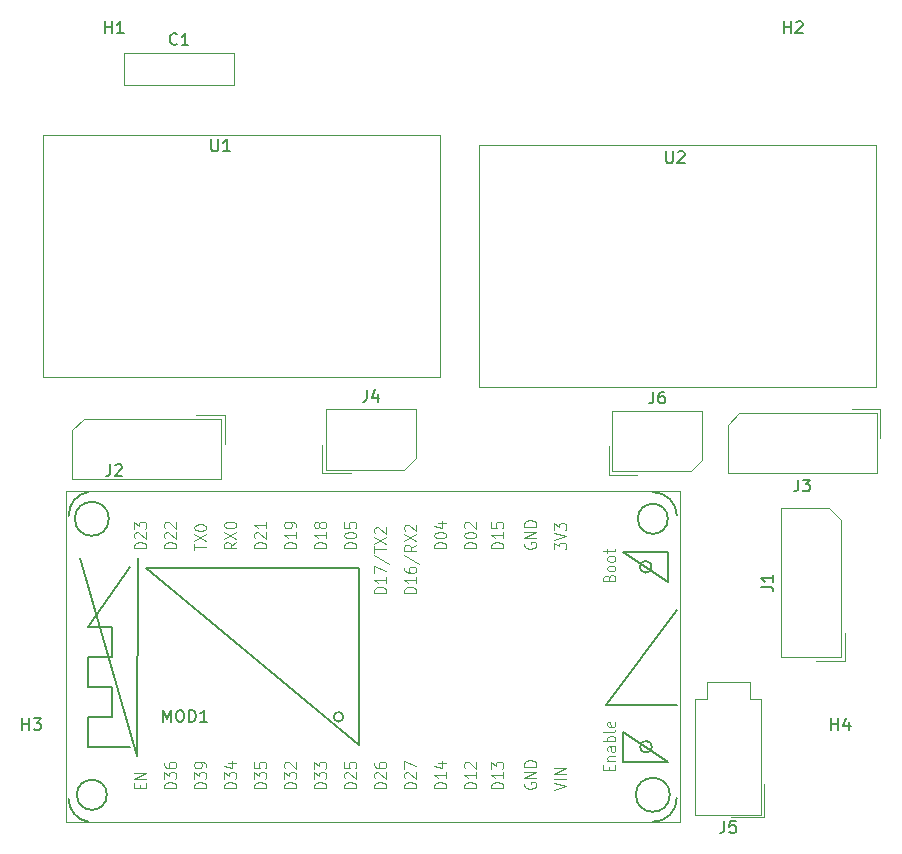
<source format=gbr>
%TF.GenerationSoftware,KiCad,Pcbnew,8.0.8*%
%TF.CreationDate,2025-06-20T17:38:55+09:00*%
%TF.ProjectId,4thfloor_pole,34746866-6c6f-46f7-925f-706f6c652e6b,rev?*%
%TF.SameCoordinates,Original*%
%TF.FileFunction,Legend,Top*%
%TF.FilePolarity,Positive*%
%FSLAX46Y46*%
G04 Gerber Fmt 4.6, Leading zero omitted, Abs format (unit mm)*
G04 Created by KiCad (PCBNEW 8.0.8) date 2025-06-20 17:38:55*
%MOMM*%
%LPD*%
G01*
G04 APERTURE LIST*
%ADD10C,0.150000*%
%ADD11C,0.124999*%
%ADD12C,0.120000*%
%ADD13C,0.200000*%
G04 APERTURE END LIST*
D10*
X243166666Y-87304819D02*
X243166666Y-88019104D01*
X243166666Y-88019104D02*
X243119047Y-88161961D01*
X243119047Y-88161961D02*
X243023809Y-88257200D01*
X243023809Y-88257200D02*
X242880952Y-88304819D01*
X242880952Y-88304819D02*
X242785714Y-88304819D01*
X244071428Y-87304819D02*
X243880952Y-87304819D01*
X243880952Y-87304819D02*
X243785714Y-87352438D01*
X243785714Y-87352438D02*
X243738095Y-87400057D01*
X243738095Y-87400057D02*
X243642857Y-87542914D01*
X243642857Y-87542914D02*
X243595238Y-87733390D01*
X243595238Y-87733390D02*
X243595238Y-88114342D01*
X243595238Y-88114342D02*
X243642857Y-88209580D01*
X243642857Y-88209580D02*
X243690476Y-88257200D01*
X243690476Y-88257200D02*
X243785714Y-88304819D01*
X243785714Y-88304819D02*
X243976190Y-88304819D01*
X243976190Y-88304819D02*
X244071428Y-88257200D01*
X244071428Y-88257200D02*
X244119047Y-88209580D01*
X244119047Y-88209580D02*
X244166666Y-88114342D01*
X244166666Y-88114342D02*
X244166666Y-87876247D01*
X244166666Y-87876247D02*
X244119047Y-87781009D01*
X244119047Y-87781009D02*
X244071428Y-87733390D01*
X244071428Y-87733390D02*
X243976190Y-87685771D01*
X243976190Y-87685771D02*
X243785714Y-87685771D01*
X243785714Y-87685771D02*
X243690476Y-87733390D01*
X243690476Y-87733390D02*
X243642857Y-87781009D01*
X243642857Y-87781009D02*
X243595238Y-87876247D01*
X249166666Y-123654819D02*
X249166666Y-124369104D01*
X249166666Y-124369104D02*
X249119047Y-124511961D01*
X249119047Y-124511961D02*
X249023809Y-124607200D01*
X249023809Y-124607200D02*
X248880952Y-124654819D01*
X248880952Y-124654819D02*
X248785714Y-124654819D01*
X250119047Y-123654819D02*
X249642857Y-123654819D01*
X249642857Y-123654819D02*
X249595238Y-124131009D01*
X249595238Y-124131009D02*
X249642857Y-124083390D01*
X249642857Y-124083390D02*
X249738095Y-124035771D01*
X249738095Y-124035771D02*
X249976190Y-124035771D01*
X249976190Y-124035771D02*
X250071428Y-124083390D01*
X250071428Y-124083390D02*
X250119047Y-124131009D01*
X250119047Y-124131009D02*
X250166666Y-124226247D01*
X250166666Y-124226247D02*
X250166666Y-124464342D01*
X250166666Y-124464342D02*
X250119047Y-124559580D01*
X250119047Y-124559580D02*
X250071428Y-124607200D01*
X250071428Y-124607200D02*
X249976190Y-124654819D01*
X249976190Y-124654819D02*
X249738095Y-124654819D01*
X249738095Y-124654819D02*
X249642857Y-124607200D01*
X249642857Y-124607200D02*
X249595238Y-124559580D01*
X258238095Y-115954819D02*
X258238095Y-114954819D01*
X258238095Y-115431009D02*
X258809523Y-115431009D01*
X258809523Y-115954819D02*
X258809523Y-114954819D01*
X259714285Y-115288152D02*
X259714285Y-115954819D01*
X259476190Y-114907200D02*
X259238095Y-115621485D01*
X259238095Y-115621485D02*
X259857142Y-115621485D01*
X189738095Y-115954819D02*
X189738095Y-114954819D01*
X189738095Y-115431009D02*
X190309523Y-115431009D01*
X190309523Y-115954819D02*
X190309523Y-114954819D01*
X190690476Y-114954819D02*
X191309523Y-114954819D01*
X191309523Y-114954819D02*
X190976190Y-115335771D01*
X190976190Y-115335771D02*
X191119047Y-115335771D01*
X191119047Y-115335771D02*
X191214285Y-115383390D01*
X191214285Y-115383390D02*
X191261904Y-115431009D01*
X191261904Y-115431009D02*
X191309523Y-115526247D01*
X191309523Y-115526247D02*
X191309523Y-115764342D01*
X191309523Y-115764342D02*
X191261904Y-115859580D01*
X191261904Y-115859580D02*
X191214285Y-115907200D01*
X191214285Y-115907200D02*
X191119047Y-115954819D01*
X191119047Y-115954819D02*
X190833333Y-115954819D01*
X190833333Y-115954819D02*
X190738095Y-115907200D01*
X190738095Y-115907200D02*
X190690476Y-115859580D01*
X254238095Y-56954819D02*
X254238095Y-55954819D01*
X254238095Y-56431009D02*
X254809523Y-56431009D01*
X254809523Y-56954819D02*
X254809523Y-55954819D01*
X255238095Y-56050057D02*
X255285714Y-56002438D01*
X255285714Y-56002438D02*
X255380952Y-55954819D01*
X255380952Y-55954819D02*
X255619047Y-55954819D01*
X255619047Y-55954819D02*
X255714285Y-56002438D01*
X255714285Y-56002438D02*
X255761904Y-56050057D01*
X255761904Y-56050057D02*
X255809523Y-56145295D01*
X255809523Y-56145295D02*
X255809523Y-56240533D01*
X255809523Y-56240533D02*
X255761904Y-56383390D01*
X255761904Y-56383390D02*
X255190476Y-56954819D01*
X255190476Y-56954819D02*
X255809523Y-56954819D01*
X244238095Y-66954819D02*
X244238095Y-67764342D01*
X244238095Y-67764342D02*
X244285714Y-67859580D01*
X244285714Y-67859580D02*
X244333333Y-67907200D01*
X244333333Y-67907200D02*
X244428571Y-67954819D01*
X244428571Y-67954819D02*
X244619047Y-67954819D01*
X244619047Y-67954819D02*
X244714285Y-67907200D01*
X244714285Y-67907200D02*
X244761904Y-67859580D01*
X244761904Y-67859580D02*
X244809523Y-67764342D01*
X244809523Y-67764342D02*
X244809523Y-66954819D01*
X245238095Y-67050057D02*
X245285714Y-67002438D01*
X245285714Y-67002438D02*
X245380952Y-66954819D01*
X245380952Y-66954819D02*
X245619047Y-66954819D01*
X245619047Y-66954819D02*
X245714285Y-67002438D01*
X245714285Y-67002438D02*
X245761904Y-67050057D01*
X245761904Y-67050057D02*
X245809523Y-67145295D01*
X245809523Y-67145295D02*
X245809523Y-67240533D01*
X245809523Y-67240533D02*
X245761904Y-67383390D01*
X245761904Y-67383390D02*
X245190476Y-67954819D01*
X245190476Y-67954819D02*
X245809523Y-67954819D01*
X205738095Y-65954819D02*
X205738095Y-66764342D01*
X205738095Y-66764342D02*
X205785714Y-66859580D01*
X205785714Y-66859580D02*
X205833333Y-66907200D01*
X205833333Y-66907200D02*
X205928571Y-66954819D01*
X205928571Y-66954819D02*
X206119047Y-66954819D01*
X206119047Y-66954819D02*
X206214285Y-66907200D01*
X206214285Y-66907200D02*
X206261904Y-66859580D01*
X206261904Y-66859580D02*
X206309523Y-66764342D01*
X206309523Y-66764342D02*
X206309523Y-65954819D01*
X207309523Y-66954819D02*
X206738095Y-66954819D01*
X207023809Y-66954819D02*
X207023809Y-65954819D01*
X207023809Y-65954819D02*
X206928571Y-66097676D01*
X206928571Y-66097676D02*
X206833333Y-66192914D01*
X206833333Y-66192914D02*
X206738095Y-66240533D01*
X218916666Y-87154819D02*
X218916666Y-87869104D01*
X218916666Y-87869104D02*
X218869047Y-88011961D01*
X218869047Y-88011961D02*
X218773809Y-88107200D01*
X218773809Y-88107200D02*
X218630952Y-88154819D01*
X218630952Y-88154819D02*
X218535714Y-88154819D01*
X219821428Y-87488152D02*
X219821428Y-88154819D01*
X219583333Y-87107200D02*
X219345238Y-87821485D01*
X219345238Y-87821485D02*
X219964285Y-87821485D01*
X255416666Y-94754819D02*
X255416666Y-95469104D01*
X255416666Y-95469104D02*
X255369047Y-95611961D01*
X255369047Y-95611961D02*
X255273809Y-95707200D01*
X255273809Y-95707200D02*
X255130952Y-95754819D01*
X255130952Y-95754819D02*
X255035714Y-95754819D01*
X255797619Y-94754819D02*
X256416666Y-94754819D01*
X256416666Y-94754819D02*
X256083333Y-95135771D01*
X256083333Y-95135771D02*
X256226190Y-95135771D01*
X256226190Y-95135771D02*
X256321428Y-95183390D01*
X256321428Y-95183390D02*
X256369047Y-95231009D01*
X256369047Y-95231009D02*
X256416666Y-95326247D01*
X256416666Y-95326247D02*
X256416666Y-95564342D01*
X256416666Y-95564342D02*
X256369047Y-95659580D01*
X256369047Y-95659580D02*
X256321428Y-95707200D01*
X256321428Y-95707200D02*
X256226190Y-95754819D01*
X256226190Y-95754819D02*
X255940476Y-95754819D01*
X255940476Y-95754819D02*
X255845238Y-95707200D01*
X255845238Y-95707200D02*
X255797619Y-95659580D01*
X197166666Y-93454819D02*
X197166666Y-94169104D01*
X197166666Y-94169104D02*
X197119047Y-94311961D01*
X197119047Y-94311961D02*
X197023809Y-94407200D01*
X197023809Y-94407200D02*
X196880952Y-94454819D01*
X196880952Y-94454819D02*
X196785714Y-94454819D01*
X197595238Y-93550057D02*
X197642857Y-93502438D01*
X197642857Y-93502438D02*
X197738095Y-93454819D01*
X197738095Y-93454819D02*
X197976190Y-93454819D01*
X197976190Y-93454819D02*
X198071428Y-93502438D01*
X198071428Y-93502438D02*
X198119047Y-93550057D01*
X198119047Y-93550057D02*
X198166666Y-93645295D01*
X198166666Y-93645295D02*
X198166666Y-93740533D01*
X198166666Y-93740533D02*
X198119047Y-93883390D01*
X198119047Y-93883390D02*
X197547619Y-94454819D01*
X197547619Y-94454819D02*
X198166666Y-94454819D01*
X252304819Y-103833333D02*
X253019104Y-103833333D01*
X253019104Y-103833333D02*
X253161961Y-103880952D01*
X253161961Y-103880952D02*
X253257200Y-103976190D01*
X253257200Y-103976190D02*
X253304819Y-104119047D01*
X253304819Y-104119047D02*
X253304819Y-104214285D01*
X253304819Y-102833333D02*
X253304819Y-103404761D01*
X253304819Y-103119047D02*
X252304819Y-103119047D01*
X252304819Y-103119047D02*
X252447676Y-103214285D01*
X252447676Y-103214285D02*
X252542914Y-103309523D01*
X252542914Y-103309523D02*
X252590533Y-103404761D01*
X196738095Y-56954819D02*
X196738095Y-55954819D01*
X196738095Y-56431009D02*
X197309523Y-56431009D01*
X197309523Y-56954819D02*
X197309523Y-55954819D01*
X198309523Y-56954819D02*
X197738095Y-56954819D01*
X198023809Y-56954819D02*
X198023809Y-55954819D01*
X198023809Y-55954819D02*
X197928571Y-56097676D01*
X197928571Y-56097676D02*
X197833333Y-56192914D01*
X197833333Y-56192914D02*
X197738095Y-56240533D01*
X202833333Y-57859580D02*
X202785714Y-57907200D01*
X202785714Y-57907200D02*
X202642857Y-57954819D01*
X202642857Y-57954819D02*
X202547619Y-57954819D01*
X202547619Y-57954819D02*
X202404762Y-57907200D01*
X202404762Y-57907200D02*
X202309524Y-57811961D01*
X202309524Y-57811961D02*
X202261905Y-57716723D01*
X202261905Y-57716723D02*
X202214286Y-57526247D01*
X202214286Y-57526247D02*
X202214286Y-57383390D01*
X202214286Y-57383390D02*
X202261905Y-57192914D01*
X202261905Y-57192914D02*
X202309524Y-57097676D01*
X202309524Y-57097676D02*
X202404762Y-57002438D01*
X202404762Y-57002438D02*
X202547619Y-56954819D01*
X202547619Y-56954819D02*
X202642857Y-56954819D01*
X202642857Y-56954819D02*
X202785714Y-57002438D01*
X202785714Y-57002438D02*
X202833333Y-57050057D01*
X203785714Y-57954819D02*
X203214286Y-57954819D01*
X203500000Y-57954819D02*
X203500000Y-56954819D01*
X203500000Y-56954819D02*
X203404762Y-57097676D01*
X203404762Y-57097676D02*
X203309524Y-57192914D01*
X203309524Y-57192914D02*
X203214286Y-57240533D01*
X201663473Y-115266841D02*
X201663473Y-114266841D01*
X201663473Y-114266841D02*
X201996806Y-114981126D01*
X201996806Y-114981126D02*
X202330139Y-114266841D01*
X202330139Y-114266841D02*
X202330139Y-115266841D01*
X202996806Y-114266841D02*
X203187282Y-114266841D01*
X203187282Y-114266841D02*
X203282520Y-114314460D01*
X203282520Y-114314460D02*
X203377758Y-114409698D01*
X203377758Y-114409698D02*
X203425377Y-114600174D01*
X203425377Y-114600174D02*
X203425377Y-114933507D01*
X203425377Y-114933507D02*
X203377758Y-115123983D01*
X203377758Y-115123983D02*
X203282520Y-115219222D01*
X203282520Y-115219222D02*
X203187282Y-115266841D01*
X203187282Y-115266841D02*
X202996806Y-115266841D01*
X202996806Y-115266841D02*
X202901568Y-115219222D01*
X202901568Y-115219222D02*
X202806330Y-115123983D01*
X202806330Y-115123983D02*
X202758711Y-114933507D01*
X202758711Y-114933507D02*
X202758711Y-114600174D01*
X202758711Y-114600174D02*
X202806330Y-114409698D01*
X202806330Y-114409698D02*
X202901568Y-114314460D01*
X202901568Y-114314460D02*
X202996806Y-114266841D01*
X203853949Y-115266841D02*
X203853949Y-114266841D01*
X203853949Y-114266841D02*
X204092044Y-114266841D01*
X204092044Y-114266841D02*
X204234901Y-114314460D01*
X204234901Y-114314460D02*
X204330139Y-114409698D01*
X204330139Y-114409698D02*
X204377758Y-114504936D01*
X204377758Y-114504936D02*
X204425377Y-114695412D01*
X204425377Y-114695412D02*
X204425377Y-114838269D01*
X204425377Y-114838269D02*
X204377758Y-115028745D01*
X204377758Y-115028745D02*
X204330139Y-115123983D01*
X204330139Y-115123983D02*
X204234901Y-115219222D01*
X204234901Y-115219222D02*
X204092044Y-115266841D01*
X204092044Y-115266841D02*
X203853949Y-115266841D01*
X205377758Y-115266841D02*
X204806330Y-115266841D01*
X205092044Y-115266841D02*
X205092044Y-114266841D01*
X205092044Y-114266841D02*
X204996806Y-114409698D01*
X204996806Y-114409698D02*
X204901568Y-114504936D01*
X204901568Y-114504936D02*
X204806330Y-114552555D01*
D11*
X210378198Y-100568106D02*
X209378200Y-100568106D01*
X209378200Y-100568106D02*
X209378200Y-100353821D01*
X209378200Y-100353821D02*
X209425819Y-100225250D01*
X209425819Y-100225250D02*
X209521057Y-100139536D01*
X209521057Y-100139536D02*
X209616295Y-100096679D01*
X209616295Y-100096679D02*
X209806771Y-100053822D01*
X209806771Y-100053822D02*
X209949628Y-100053822D01*
X209949628Y-100053822D02*
X210140104Y-100096679D01*
X210140104Y-100096679D02*
X210235342Y-100139536D01*
X210235342Y-100139536D02*
X210330580Y-100225250D01*
X210330580Y-100225250D02*
X210378198Y-100353821D01*
X210378198Y-100353821D02*
X210378198Y-100568106D01*
X209473438Y-99710965D02*
X209425819Y-99668108D01*
X209425819Y-99668108D02*
X209378200Y-99582394D01*
X209378200Y-99582394D02*
X209378200Y-99368109D01*
X209378200Y-99368109D02*
X209425819Y-99282395D01*
X209425819Y-99282395D02*
X209473438Y-99239538D01*
X209473438Y-99239538D02*
X209568676Y-99196681D01*
X209568676Y-99196681D02*
X209663914Y-99196681D01*
X209663914Y-99196681D02*
X209806771Y-99239538D01*
X209806771Y-99239538D02*
X210378198Y-99753822D01*
X210378198Y-99753822D02*
X210378198Y-99196681D01*
X210378198Y-98339540D02*
X210378198Y-98853824D01*
X210378198Y-98596682D02*
X209378200Y-98596682D01*
X209378200Y-98596682D02*
X209521057Y-98682396D01*
X209521057Y-98682396D02*
X209616295Y-98768110D01*
X209616295Y-98768110D02*
X209663914Y-98853824D01*
X225618198Y-100568106D02*
X224618200Y-100568106D01*
X224618200Y-100568106D02*
X224618200Y-100353821D01*
X224618200Y-100353821D02*
X224665819Y-100225250D01*
X224665819Y-100225250D02*
X224761057Y-100139536D01*
X224761057Y-100139536D02*
X224856295Y-100096679D01*
X224856295Y-100096679D02*
X225046771Y-100053822D01*
X225046771Y-100053822D02*
X225189628Y-100053822D01*
X225189628Y-100053822D02*
X225380104Y-100096679D01*
X225380104Y-100096679D02*
X225475342Y-100139536D01*
X225475342Y-100139536D02*
X225570580Y-100225250D01*
X225570580Y-100225250D02*
X225618198Y-100353821D01*
X225618198Y-100353821D02*
X225618198Y-100568106D01*
X224618200Y-99496680D02*
X224618200Y-99410966D01*
X224618200Y-99410966D02*
X224665819Y-99325252D01*
X224665819Y-99325252D02*
X224713438Y-99282395D01*
X224713438Y-99282395D02*
X224808676Y-99239538D01*
X224808676Y-99239538D02*
X224999152Y-99196681D01*
X224999152Y-99196681D02*
X225237247Y-99196681D01*
X225237247Y-99196681D02*
X225427723Y-99239538D01*
X225427723Y-99239538D02*
X225522961Y-99282395D01*
X225522961Y-99282395D02*
X225570580Y-99325252D01*
X225570580Y-99325252D02*
X225618198Y-99410966D01*
X225618198Y-99410966D02*
X225618198Y-99496680D01*
X225618198Y-99496680D02*
X225570580Y-99582394D01*
X225570580Y-99582394D02*
X225522961Y-99625251D01*
X225522961Y-99625251D02*
X225427723Y-99668108D01*
X225427723Y-99668108D02*
X225237247Y-99710965D01*
X225237247Y-99710965D02*
X224999152Y-99710965D01*
X224999152Y-99710965D02*
X224808676Y-99668108D01*
X224808676Y-99668108D02*
X224713438Y-99625251D01*
X224713438Y-99625251D02*
X224665819Y-99582394D01*
X224665819Y-99582394D02*
X224618200Y-99496680D01*
X224951533Y-98425254D02*
X225618198Y-98425254D01*
X224570582Y-98639539D02*
X225284866Y-98853824D01*
X225284866Y-98853824D02*
X225284866Y-98296683D01*
X220538198Y-104355500D02*
X219538200Y-104355500D01*
X219538200Y-104355500D02*
X219538200Y-104141215D01*
X219538200Y-104141215D02*
X219585819Y-104012644D01*
X219585819Y-104012644D02*
X219681057Y-103926930D01*
X219681057Y-103926930D02*
X219776295Y-103884073D01*
X219776295Y-103884073D02*
X219966771Y-103841216D01*
X219966771Y-103841216D02*
X220109628Y-103841216D01*
X220109628Y-103841216D02*
X220300104Y-103884073D01*
X220300104Y-103884073D02*
X220395342Y-103926930D01*
X220395342Y-103926930D02*
X220490580Y-104012644D01*
X220490580Y-104012644D02*
X220538198Y-104141215D01*
X220538198Y-104141215D02*
X220538198Y-104355500D01*
X220538198Y-102984075D02*
X220538198Y-103498359D01*
X220538198Y-103241217D02*
X219538200Y-103241217D01*
X219538200Y-103241217D02*
X219681057Y-103326931D01*
X219681057Y-103326931D02*
X219776295Y-103412645D01*
X219776295Y-103412645D02*
X219823914Y-103498359D01*
X219538200Y-102684075D02*
X219538200Y-102084077D01*
X219538200Y-102084077D02*
X220538198Y-102469790D01*
X219490582Y-101098365D02*
X220776293Y-101869791D01*
X219538200Y-100926936D02*
X219538200Y-100412652D01*
X220538198Y-100669794D02*
X219538200Y-100669794D01*
X219538200Y-100198366D02*
X220538198Y-99598368D01*
X219538200Y-99598368D02*
X220538198Y-100198366D01*
X219633438Y-99298368D02*
X219585819Y-99255511D01*
X219585819Y-99255511D02*
X219538200Y-99169797D01*
X219538200Y-99169797D02*
X219538200Y-98955512D01*
X219538200Y-98955512D02*
X219585819Y-98869798D01*
X219585819Y-98869798D02*
X219633438Y-98826941D01*
X219633438Y-98826941D02*
X219728676Y-98784084D01*
X219728676Y-98784084D02*
X219823914Y-98784084D01*
X219823914Y-98784084D02*
X219966771Y-98826941D01*
X219966771Y-98826941D02*
X220538198Y-99341225D01*
X220538198Y-99341225D02*
X220538198Y-98784084D01*
X232285819Y-120416679D02*
X232238200Y-120502393D01*
X232238200Y-120502393D02*
X232238200Y-120630964D01*
X232238200Y-120630964D02*
X232285819Y-120759535D01*
X232285819Y-120759535D02*
X232381057Y-120845249D01*
X232381057Y-120845249D02*
X232476295Y-120888106D01*
X232476295Y-120888106D02*
X232666771Y-120930963D01*
X232666771Y-120930963D02*
X232809628Y-120930963D01*
X232809628Y-120930963D02*
X233000104Y-120888106D01*
X233000104Y-120888106D02*
X233095342Y-120845249D01*
X233095342Y-120845249D02*
X233190580Y-120759535D01*
X233190580Y-120759535D02*
X233238198Y-120630964D01*
X233238198Y-120630964D02*
X233238198Y-120545250D01*
X233238198Y-120545250D02*
X233190580Y-120416679D01*
X233190580Y-120416679D02*
X233142961Y-120373822D01*
X233142961Y-120373822D02*
X232809628Y-120373822D01*
X232809628Y-120373822D02*
X232809628Y-120545250D01*
X233238198Y-119988108D02*
X232238200Y-119988108D01*
X232238200Y-119988108D02*
X233238198Y-119473824D01*
X233238198Y-119473824D02*
X232238200Y-119473824D01*
X233238198Y-119045253D02*
X232238200Y-119045253D01*
X232238200Y-119045253D02*
X232238200Y-118830968D01*
X232238200Y-118830968D02*
X232285819Y-118702397D01*
X232285819Y-118702397D02*
X232381057Y-118616683D01*
X232381057Y-118616683D02*
X232476295Y-118573826D01*
X232476295Y-118573826D02*
X232666771Y-118530969D01*
X232666771Y-118530969D02*
X232809628Y-118530969D01*
X232809628Y-118530969D02*
X233000104Y-118573826D01*
X233000104Y-118573826D02*
X233095342Y-118616683D01*
X233095342Y-118616683D02*
X233190580Y-118702397D01*
X233190580Y-118702397D02*
X233238198Y-118830968D01*
X233238198Y-118830968D02*
X233238198Y-119045253D01*
X202758198Y-120888106D02*
X201758200Y-120888106D01*
X201758200Y-120888106D02*
X201758200Y-120673821D01*
X201758200Y-120673821D02*
X201805819Y-120545250D01*
X201805819Y-120545250D02*
X201901057Y-120459536D01*
X201901057Y-120459536D02*
X201996295Y-120416679D01*
X201996295Y-120416679D02*
X202186771Y-120373822D01*
X202186771Y-120373822D02*
X202329628Y-120373822D01*
X202329628Y-120373822D02*
X202520104Y-120416679D01*
X202520104Y-120416679D02*
X202615342Y-120459536D01*
X202615342Y-120459536D02*
X202710580Y-120545250D01*
X202710580Y-120545250D02*
X202758198Y-120673821D01*
X202758198Y-120673821D02*
X202758198Y-120888106D01*
X201758200Y-120073822D02*
X201758200Y-119516681D01*
X201758200Y-119516681D02*
X202139152Y-119816680D01*
X202139152Y-119816680D02*
X202139152Y-119688109D01*
X202139152Y-119688109D02*
X202186771Y-119602395D01*
X202186771Y-119602395D02*
X202234390Y-119559538D01*
X202234390Y-119559538D02*
X202329628Y-119516681D01*
X202329628Y-119516681D02*
X202567723Y-119516681D01*
X202567723Y-119516681D02*
X202662961Y-119559538D01*
X202662961Y-119559538D02*
X202710580Y-119602395D01*
X202710580Y-119602395D02*
X202758198Y-119688109D01*
X202758198Y-119688109D02*
X202758198Y-119945251D01*
X202758198Y-119945251D02*
X202710580Y-120030965D01*
X202710580Y-120030965D02*
X202662961Y-120073822D01*
X201758200Y-118745254D02*
X201758200Y-118916682D01*
X201758200Y-118916682D02*
X201805819Y-119002396D01*
X201805819Y-119002396D02*
X201853438Y-119045253D01*
X201853438Y-119045253D02*
X201996295Y-119130967D01*
X201996295Y-119130967D02*
X202186771Y-119173824D01*
X202186771Y-119173824D02*
X202567723Y-119173824D01*
X202567723Y-119173824D02*
X202662961Y-119130967D01*
X202662961Y-119130967D02*
X202710580Y-119088110D01*
X202710580Y-119088110D02*
X202758198Y-119002396D01*
X202758198Y-119002396D02*
X202758198Y-118830968D01*
X202758198Y-118830968D02*
X202710580Y-118745254D01*
X202710580Y-118745254D02*
X202662961Y-118702397D01*
X202662961Y-118702397D02*
X202567723Y-118659540D01*
X202567723Y-118659540D02*
X202329628Y-118659540D01*
X202329628Y-118659540D02*
X202234390Y-118702397D01*
X202234390Y-118702397D02*
X202186771Y-118745254D01*
X202186771Y-118745254D02*
X202139152Y-118830968D01*
X202139152Y-118830968D02*
X202139152Y-119002396D01*
X202139152Y-119002396D02*
X202186771Y-119088110D01*
X202186771Y-119088110D02*
X202234390Y-119130967D01*
X202234390Y-119130967D02*
X202329628Y-119173824D01*
X215458198Y-120888106D02*
X214458200Y-120888106D01*
X214458200Y-120888106D02*
X214458200Y-120673821D01*
X214458200Y-120673821D02*
X214505819Y-120545250D01*
X214505819Y-120545250D02*
X214601057Y-120459536D01*
X214601057Y-120459536D02*
X214696295Y-120416679D01*
X214696295Y-120416679D02*
X214886771Y-120373822D01*
X214886771Y-120373822D02*
X215029628Y-120373822D01*
X215029628Y-120373822D02*
X215220104Y-120416679D01*
X215220104Y-120416679D02*
X215315342Y-120459536D01*
X215315342Y-120459536D02*
X215410580Y-120545250D01*
X215410580Y-120545250D02*
X215458198Y-120673821D01*
X215458198Y-120673821D02*
X215458198Y-120888106D01*
X214458200Y-120073822D02*
X214458200Y-119516681D01*
X214458200Y-119516681D02*
X214839152Y-119816680D01*
X214839152Y-119816680D02*
X214839152Y-119688109D01*
X214839152Y-119688109D02*
X214886771Y-119602395D01*
X214886771Y-119602395D02*
X214934390Y-119559538D01*
X214934390Y-119559538D02*
X215029628Y-119516681D01*
X215029628Y-119516681D02*
X215267723Y-119516681D01*
X215267723Y-119516681D02*
X215362961Y-119559538D01*
X215362961Y-119559538D02*
X215410580Y-119602395D01*
X215410580Y-119602395D02*
X215458198Y-119688109D01*
X215458198Y-119688109D02*
X215458198Y-119945251D01*
X215458198Y-119945251D02*
X215410580Y-120030965D01*
X215410580Y-120030965D02*
X215362961Y-120073822D01*
X214458200Y-119216681D02*
X214458200Y-118659540D01*
X214458200Y-118659540D02*
X214839152Y-118959539D01*
X214839152Y-118959539D02*
X214839152Y-118830968D01*
X214839152Y-118830968D02*
X214886771Y-118745254D01*
X214886771Y-118745254D02*
X214934390Y-118702397D01*
X214934390Y-118702397D02*
X215029628Y-118659540D01*
X215029628Y-118659540D02*
X215267723Y-118659540D01*
X215267723Y-118659540D02*
X215362961Y-118702397D01*
X215362961Y-118702397D02*
X215410580Y-118745254D01*
X215410580Y-118745254D02*
X215458198Y-118830968D01*
X215458198Y-118830968D02*
X215458198Y-119088110D01*
X215458198Y-119088110D02*
X215410580Y-119173824D01*
X215410580Y-119173824D02*
X215362961Y-119216681D01*
X204298200Y-100696677D02*
X204298200Y-100182393D01*
X205298198Y-100439535D02*
X204298200Y-100439535D01*
X204298200Y-99968107D02*
X205298198Y-99368109D01*
X204298200Y-99368109D02*
X205298198Y-99968107D01*
X204298200Y-98853824D02*
X204298200Y-98768110D01*
X204298200Y-98768110D02*
X204345819Y-98682396D01*
X204345819Y-98682396D02*
X204393438Y-98639539D01*
X204393438Y-98639539D02*
X204488676Y-98596682D01*
X204488676Y-98596682D02*
X204679152Y-98553825D01*
X204679152Y-98553825D02*
X204917247Y-98553825D01*
X204917247Y-98553825D02*
X205107723Y-98596682D01*
X205107723Y-98596682D02*
X205202961Y-98639539D01*
X205202961Y-98639539D02*
X205250580Y-98682396D01*
X205250580Y-98682396D02*
X205298198Y-98768110D01*
X205298198Y-98768110D02*
X205298198Y-98853824D01*
X205298198Y-98853824D02*
X205250580Y-98939538D01*
X205250580Y-98939538D02*
X205202961Y-98982395D01*
X205202961Y-98982395D02*
X205107723Y-99025252D01*
X205107723Y-99025252D02*
X204917247Y-99068109D01*
X204917247Y-99068109D02*
X204679152Y-99068109D01*
X204679152Y-99068109D02*
X204488676Y-99025252D01*
X204488676Y-99025252D02*
X204393438Y-98982395D01*
X204393438Y-98982395D02*
X204345819Y-98939538D01*
X204345819Y-98939538D02*
X204298200Y-98853824D01*
X199694390Y-120888106D02*
X199694390Y-120588107D01*
X200218198Y-120459536D02*
X200218198Y-120888106D01*
X200218198Y-120888106D02*
X199218200Y-120888106D01*
X199218200Y-120888106D02*
X199218200Y-120459536D01*
X200218198Y-120073822D02*
X199218200Y-120073822D01*
X199218200Y-120073822D02*
X200218198Y-119559538D01*
X200218198Y-119559538D02*
X199218200Y-119559538D01*
X217998198Y-120888106D02*
X216998200Y-120888106D01*
X216998200Y-120888106D02*
X216998200Y-120673821D01*
X216998200Y-120673821D02*
X217045819Y-120545250D01*
X217045819Y-120545250D02*
X217141057Y-120459536D01*
X217141057Y-120459536D02*
X217236295Y-120416679D01*
X217236295Y-120416679D02*
X217426771Y-120373822D01*
X217426771Y-120373822D02*
X217569628Y-120373822D01*
X217569628Y-120373822D02*
X217760104Y-120416679D01*
X217760104Y-120416679D02*
X217855342Y-120459536D01*
X217855342Y-120459536D02*
X217950580Y-120545250D01*
X217950580Y-120545250D02*
X217998198Y-120673821D01*
X217998198Y-120673821D02*
X217998198Y-120888106D01*
X217093438Y-120030965D02*
X217045819Y-119988108D01*
X217045819Y-119988108D02*
X216998200Y-119902394D01*
X216998200Y-119902394D02*
X216998200Y-119688109D01*
X216998200Y-119688109D02*
X217045819Y-119602395D01*
X217045819Y-119602395D02*
X217093438Y-119559538D01*
X217093438Y-119559538D02*
X217188676Y-119516681D01*
X217188676Y-119516681D02*
X217283914Y-119516681D01*
X217283914Y-119516681D02*
X217426771Y-119559538D01*
X217426771Y-119559538D02*
X217998198Y-120073822D01*
X217998198Y-120073822D02*
X217998198Y-119516681D01*
X216998200Y-118702397D02*
X216998200Y-119130967D01*
X216998200Y-119130967D02*
X217474390Y-119173824D01*
X217474390Y-119173824D02*
X217426771Y-119130967D01*
X217426771Y-119130967D02*
X217379152Y-119045253D01*
X217379152Y-119045253D02*
X217379152Y-118830968D01*
X217379152Y-118830968D02*
X217426771Y-118745254D01*
X217426771Y-118745254D02*
X217474390Y-118702397D01*
X217474390Y-118702397D02*
X217569628Y-118659540D01*
X217569628Y-118659540D02*
X217807723Y-118659540D01*
X217807723Y-118659540D02*
X217902961Y-118702397D01*
X217902961Y-118702397D02*
X217950580Y-118745254D01*
X217950580Y-118745254D02*
X217998198Y-118830968D01*
X217998198Y-118830968D02*
X217998198Y-119045253D01*
X217998198Y-119045253D02*
X217950580Y-119130967D01*
X217950580Y-119130967D02*
X217902961Y-119173824D01*
X200218198Y-100568106D02*
X199218200Y-100568106D01*
X199218200Y-100568106D02*
X199218200Y-100353821D01*
X199218200Y-100353821D02*
X199265819Y-100225250D01*
X199265819Y-100225250D02*
X199361057Y-100139536D01*
X199361057Y-100139536D02*
X199456295Y-100096679D01*
X199456295Y-100096679D02*
X199646771Y-100053822D01*
X199646771Y-100053822D02*
X199789628Y-100053822D01*
X199789628Y-100053822D02*
X199980104Y-100096679D01*
X199980104Y-100096679D02*
X200075342Y-100139536D01*
X200075342Y-100139536D02*
X200170580Y-100225250D01*
X200170580Y-100225250D02*
X200218198Y-100353821D01*
X200218198Y-100353821D02*
X200218198Y-100568106D01*
X199313438Y-99710965D02*
X199265819Y-99668108D01*
X199265819Y-99668108D02*
X199218200Y-99582394D01*
X199218200Y-99582394D02*
X199218200Y-99368109D01*
X199218200Y-99368109D02*
X199265819Y-99282395D01*
X199265819Y-99282395D02*
X199313438Y-99239538D01*
X199313438Y-99239538D02*
X199408676Y-99196681D01*
X199408676Y-99196681D02*
X199503914Y-99196681D01*
X199503914Y-99196681D02*
X199646771Y-99239538D01*
X199646771Y-99239538D02*
X200218198Y-99753822D01*
X200218198Y-99753822D02*
X200218198Y-99196681D01*
X199218200Y-98896681D02*
X199218200Y-98339540D01*
X199218200Y-98339540D02*
X199599152Y-98639539D01*
X199599152Y-98639539D02*
X199599152Y-98510968D01*
X199599152Y-98510968D02*
X199646771Y-98425254D01*
X199646771Y-98425254D02*
X199694390Y-98382397D01*
X199694390Y-98382397D02*
X199789628Y-98339540D01*
X199789628Y-98339540D02*
X200027723Y-98339540D01*
X200027723Y-98339540D02*
X200122961Y-98382397D01*
X200122961Y-98382397D02*
X200170580Y-98425254D01*
X200170580Y-98425254D02*
X200218198Y-98510968D01*
X200218198Y-98510968D02*
X200218198Y-98768110D01*
X200218198Y-98768110D02*
X200170580Y-98853824D01*
X200170580Y-98853824D02*
X200122961Y-98896681D01*
X207838198Y-120888106D02*
X206838200Y-120888106D01*
X206838200Y-120888106D02*
X206838200Y-120673821D01*
X206838200Y-120673821D02*
X206885819Y-120545250D01*
X206885819Y-120545250D02*
X206981057Y-120459536D01*
X206981057Y-120459536D02*
X207076295Y-120416679D01*
X207076295Y-120416679D02*
X207266771Y-120373822D01*
X207266771Y-120373822D02*
X207409628Y-120373822D01*
X207409628Y-120373822D02*
X207600104Y-120416679D01*
X207600104Y-120416679D02*
X207695342Y-120459536D01*
X207695342Y-120459536D02*
X207790580Y-120545250D01*
X207790580Y-120545250D02*
X207838198Y-120673821D01*
X207838198Y-120673821D02*
X207838198Y-120888106D01*
X206838200Y-120073822D02*
X206838200Y-119516681D01*
X206838200Y-119516681D02*
X207219152Y-119816680D01*
X207219152Y-119816680D02*
X207219152Y-119688109D01*
X207219152Y-119688109D02*
X207266771Y-119602395D01*
X207266771Y-119602395D02*
X207314390Y-119559538D01*
X207314390Y-119559538D02*
X207409628Y-119516681D01*
X207409628Y-119516681D02*
X207647723Y-119516681D01*
X207647723Y-119516681D02*
X207742961Y-119559538D01*
X207742961Y-119559538D02*
X207790580Y-119602395D01*
X207790580Y-119602395D02*
X207838198Y-119688109D01*
X207838198Y-119688109D02*
X207838198Y-119945251D01*
X207838198Y-119945251D02*
X207790580Y-120030965D01*
X207790580Y-120030965D02*
X207742961Y-120073822D01*
X207171533Y-118745254D02*
X207838198Y-118745254D01*
X206790582Y-118959539D02*
X207504866Y-119173824D01*
X207504866Y-119173824D02*
X207504866Y-118616683D01*
X205298198Y-120888106D02*
X204298200Y-120888106D01*
X204298200Y-120888106D02*
X204298200Y-120673821D01*
X204298200Y-120673821D02*
X204345819Y-120545250D01*
X204345819Y-120545250D02*
X204441057Y-120459536D01*
X204441057Y-120459536D02*
X204536295Y-120416679D01*
X204536295Y-120416679D02*
X204726771Y-120373822D01*
X204726771Y-120373822D02*
X204869628Y-120373822D01*
X204869628Y-120373822D02*
X205060104Y-120416679D01*
X205060104Y-120416679D02*
X205155342Y-120459536D01*
X205155342Y-120459536D02*
X205250580Y-120545250D01*
X205250580Y-120545250D02*
X205298198Y-120673821D01*
X205298198Y-120673821D02*
X205298198Y-120888106D01*
X204298200Y-120073822D02*
X204298200Y-119516681D01*
X204298200Y-119516681D02*
X204679152Y-119816680D01*
X204679152Y-119816680D02*
X204679152Y-119688109D01*
X204679152Y-119688109D02*
X204726771Y-119602395D01*
X204726771Y-119602395D02*
X204774390Y-119559538D01*
X204774390Y-119559538D02*
X204869628Y-119516681D01*
X204869628Y-119516681D02*
X205107723Y-119516681D01*
X205107723Y-119516681D02*
X205202961Y-119559538D01*
X205202961Y-119559538D02*
X205250580Y-119602395D01*
X205250580Y-119602395D02*
X205298198Y-119688109D01*
X205298198Y-119688109D02*
X205298198Y-119945251D01*
X205298198Y-119945251D02*
X205250580Y-120030965D01*
X205250580Y-120030965D02*
X205202961Y-120073822D01*
X205298198Y-119088110D02*
X205298198Y-118916682D01*
X205298198Y-118916682D02*
X205250580Y-118830968D01*
X205250580Y-118830968D02*
X205202961Y-118788111D01*
X205202961Y-118788111D02*
X205060104Y-118702397D01*
X205060104Y-118702397D02*
X204869628Y-118659540D01*
X204869628Y-118659540D02*
X204488676Y-118659540D01*
X204488676Y-118659540D02*
X204393438Y-118702397D01*
X204393438Y-118702397D02*
X204345819Y-118745254D01*
X204345819Y-118745254D02*
X204298200Y-118830968D01*
X204298200Y-118830968D02*
X204298200Y-119002396D01*
X204298200Y-119002396D02*
X204345819Y-119088110D01*
X204345819Y-119088110D02*
X204393438Y-119130967D01*
X204393438Y-119130967D02*
X204488676Y-119173824D01*
X204488676Y-119173824D02*
X204726771Y-119173824D01*
X204726771Y-119173824D02*
X204822009Y-119130967D01*
X204822009Y-119130967D02*
X204869628Y-119088110D01*
X204869628Y-119088110D02*
X204917247Y-119002396D01*
X204917247Y-119002396D02*
X204917247Y-118830968D01*
X204917247Y-118830968D02*
X204869628Y-118745254D01*
X204869628Y-118745254D02*
X204822009Y-118702397D01*
X204822009Y-118702397D02*
X204726771Y-118659540D01*
X223078198Y-120888106D02*
X222078200Y-120888106D01*
X222078200Y-120888106D02*
X222078200Y-120673821D01*
X222078200Y-120673821D02*
X222125819Y-120545250D01*
X222125819Y-120545250D02*
X222221057Y-120459536D01*
X222221057Y-120459536D02*
X222316295Y-120416679D01*
X222316295Y-120416679D02*
X222506771Y-120373822D01*
X222506771Y-120373822D02*
X222649628Y-120373822D01*
X222649628Y-120373822D02*
X222840104Y-120416679D01*
X222840104Y-120416679D02*
X222935342Y-120459536D01*
X222935342Y-120459536D02*
X223030580Y-120545250D01*
X223030580Y-120545250D02*
X223078198Y-120673821D01*
X223078198Y-120673821D02*
X223078198Y-120888106D01*
X222173438Y-120030965D02*
X222125819Y-119988108D01*
X222125819Y-119988108D02*
X222078200Y-119902394D01*
X222078200Y-119902394D02*
X222078200Y-119688109D01*
X222078200Y-119688109D02*
X222125819Y-119602395D01*
X222125819Y-119602395D02*
X222173438Y-119559538D01*
X222173438Y-119559538D02*
X222268676Y-119516681D01*
X222268676Y-119516681D02*
X222363914Y-119516681D01*
X222363914Y-119516681D02*
X222506771Y-119559538D01*
X222506771Y-119559538D02*
X223078198Y-120073822D01*
X223078198Y-120073822D02*
X223078198Y-119516681D01*
X222078200Y-119216681D02*
X222078200Y-118616683D01*
X222078200Y-118616683D02*
X223078198Y-119002396D01*
X230444198Y-120888106D02*
X229444200Y-120888106D01*
X229444200Y-120888106D02*
X229444200Y-120673821D01*
X229444200Y-120673821D02*
X229491819Y-120545250D01*
X229491819Y-120545250D02*
X229587057Y-120459536D01*
X229587057Y-120459536D02*
X229682295Y-120416679D01*
X229682295Y-120416679D02*
X229872771Y-120373822D01*
X229872771Y-120373822D02*
X230015628Y-120373822D01*
X230015628Y-120373822D02*
X230206104Y-120416679D01*
X230206104Y-120416679D02*
X230301342Y-120459536D01*
X230301342Y-120459536D02*
X230396580Y-120545250D01*
X230396580Y-120545250D02*
X230444198Y-120673821D01*
X230444198Y-120673821D02*
X230444198Y-120888106D01*
X230444198Y-119516681D02*
X230444198Y-120030965D01*
X230444198Y-119773823D02*
X229444200Y-119773823D01*
X229444200Y-119773823D02*
X229587057Y-119859537D01*
X229587057Y-119859537D02*
X229682295Y-119945251D01*
X229682295Y-119945251D02*
X229729914Y-120030965D01*
X229444200Y-119216681D02*
X229444200Y-118659540D01*
X229444200Y-118659540D02*
X229825152Y-118959539D01*
X229825152Y-118959539D02*
X229825152Y-118830968D01*
X229825152Y-118830968D02*
X229872771Y-118745254D01*
X229872771Y-118745254D02*
X229920390Y-118702397D01*
X229920390Y-118702397D02*
X230015628Y-118659540D01*
X230015628Y-118659540D02*
X230253723Y-118659540D01*
X230253723Y-118659540D02*
X230348961Y-118702397D01*
X230348961Y-118702397D02*
X230396580Y-118745254D01*
X230396580Y-118745254D02*
X230444198Y-118830968D01*
X230444198Y-118830968D02*
X230444198Y-119088110D01*
X230444198Y-119088110D02*
X230396580Y-119173824D01*
X230396580Y-119173824D02*
X230348961Y-119216681D01*
X228158198Y-120888106D02*
X227158200Y-120888106D01*
X227158200Y-120888106D02*
X227158200Y-120673821D01*
X227158200Y-120673821D02*
X227205819Y-120545250D01*
X227205819Y-120545250D02*
X227301057Y-120459536D01*
X227301057Y-120459536D02*
X227396295Y-120416679D01*
X227396295Y-120416679D02*
X227586771Y-120373822D01*
X227586771Y-120373822D02*
X227729628Y-120373822D01*
X227729628Y-120373822D02*
X227920104Y-120416679D01*
X227920104Y-120416679D02*
X228015342Y-120459536D01*
X228015342Y-120459536D02*
X228110580Y-120545250D01*
X228110580Y-120545250D02*
X228158198Y-120673821D01*
X228158198Y-120673821D02*
X228158198Y-120888106D01*
X228158198Y-119516681D02*
X228158198Y-120030965D01*
X228158198Y-119773823D02*
X227158200Y-119773823D01*
X227158200Y-119773823D02*
X227301057Y-119859537D01*
X227301057Y-119859537D02*
X227396295Y-119945251D01*
X227396295Y-119945251D02*
X227443914Y-120030965D01*
X227253438Y-119173824D02*
X227205819Y-119130967D01*
X227205819Y-119130967D02*
X227158200Y-119045253D01*
X227158200Y-119045253D02*
X227158200Y-118830968D01*
X227158200Y-118830968D02*
X227205819Y-118745254D01*
X227205819Y-118745254D02*
X227253438Y-118702397D01*
X227253438Y-118702397D02*
X227348676Y-118659540D01*
X227348676Y-118659540D02*
X227443914Y-118659540D01*
X227443914Y-118659540D02*
X227586771Y-118702397D01*
X227586771Y-118702397D02*
X228158198Y-119216681D01*
X228158198Y-119216681D02*
X228158198Y-118659540D01*
X223078198Y-104355500D02*
X222078200Y-104355500D01*
X222078200Y-104355500D02*
X222078200Y-104141215D01*
X222078200Y-104141215D02*
X222125819Y-104012644D01*
X222125819Y-104012644D02*
X222221057Y-103926930D01*
X222221057Y-103926930D02*
X222316295Y-103884073D01*
X222316295Y-103884073D02*
X222506771Y-103841216D01*
X222506771Y-103841216D02*
X222649628Y-103841216D01*
X222649628Y-103841216D02*
X222840104Y-103884073D01*
X222840104Y-103884073D02*
X222935342Y-103926930D01*
X222935342Y-103926930D02*
X223030580Y-104012644D01*
X223030580Y-104012644D02*
X223078198Y-104141215D01*
X223078198Y-104141215D02*
X223078198Y-104355500D01*
X223078198Y-102984075D02*
X223078198Y-103498359D01*
X223078198Y-103241217D02*
X222078200Y-103241217D01*
X222078200Y-103241217D02*
X222221057Y-103326931D01*
X222221057Y-103326931D02*
X222316295Y-103412645D01*
X222316295Y-103412645D02*
X222363914Y-103498359D01*
X222078200Y-102212648D02*
X222078200Y-102384076D01*
X222078200Y-102384076D02*
X222125819Y-102469790D01*
X222125819Y-102469790D02*
X222173438Y-102512647D01*
X222173438Y-102512647D02*
X222316295Y-102598361D01*
X222316295Y-102598361D02*
X222506771Y-102641218D01*
X222506771Y-102641218D02*
X222887723Y-102641218D01*
X222887723Y-102641218D02*
X222982961Y-102598361D01*
X222982961Y-102598361D02*
X223030580Y-102555504D01*
X223030580Y-102555504D02*
X223078198Y-102469790D01*
X223078198Y-102469790D02*
X223078198Y-102298362D01*
X223078198Y-102298362D02*
X223030580Y-102212648D01*
X223030580Y-102212648D02*
X222982961Y-102169791D01*
X222982961Y-102169791D02*
X222887723Y-102126934D01*
X222887723Y-102126934D02*
X222649628Y-102126934D01*
X222649628Y-102126934D02*
X222554390Y-102169791D01*
X222554390Y-102169791D02*
X222506771Y-102212648D01*
X222506771Y-102212648D02*
X222459152Y-102298362D01*
X222459152Y-102298362D02*
X222459152Y-102469790D01*
X222459152Y-102469790D02*
X222506771Y-102555504D01*
X222506771Y-102555504D02*
X222554390Y-102598361D01*
X222554390Y-102598361D02*
X222649628Y-102641218D01*
X222030582Y-101098365D02*
X223316293Y-101869791D01*
X223078198Y-100284081D02*
X222602009Y-100584080D01*
X223078198Y-100798365D02*
X222078200Y-100798365D01*
X222078200Y-100798365D02*
X222078200Y-100455509D01*
X222078200Y-100455509D02*
X222125819Y-100369795D01*
X222125819Y-100369795D02*
X222173438Y-100326938D01*
X222173438Y-100326938D02*
X222268676Y-100284081D01*
X222268676Y-100284081D02*
X222411533Y-100284081D01*
X222411533Y-100284081D02*
X222506771Y-100326938D01*
X222506771Y-100326938D02*
X222554390Y-100369795D01*
X222554390Y-100369795D02*
X222602009Y-100455509D01*
X222602009Y-100455509D02*
X222602009Y-100798365D01*
X222078200Y-99984081D02*
X223078198Y-99384083D01*
X222078200Y-99384083D02*
X223078198Y-99984081D01*
X222173438Y-99084083D02*
X222125819Y-99041226D01*
X222125819Y-99041226D02*
X222078200Y-98955512D01*
X222078200Y-98955512D02*
X222078200Y-98741227D01*
X222078200Y-98741227D02*
X222125819Y-98655513D01*
X222125819Y-98655513D02*
X222173438Y-98612656D01*
X222173438Y-98612656D02*
X222268676Y-98569799D01*
X222268676Y-98569799D02*
X222363914Y-98569799D01*
X222363914Y-98569799D02*
X222506771Y-98612656D01*
X222506771Y-98612656D02*
X223078198Y-99126940D01*
X223078198Y-99126940D02*
X223078198Y-98569799D01*
X234778200Y-121016677D02*
X235778198Y-120716678D01*
X235778198Y-120716678D02*
X234778200Y-120416679D01*
X235778198Y-120116679D02*
X234778200Y-120116679D01*
X235778198Y-119688109D02*
X234778200Y-119688109D01*
X234778200Y-119688109D02*
X235778198Y-119173825D01*
X235778198Y-119173825D02*
X234778200Y-119173825D01*
X215458198Y-100568106D02*
X214458200Y-100568106D01*
X214458200Y-100568106D02*
X214458200Y-100353821D01*
X214458200Y-100353821D02*
X214505819Y-100225250D01*
X214505819Y-100225250D02*
X214601057Y-100139536D01*
X214601057Y-100139536D02*
X214696295Y-100096679D01*
X214696295Y-100096679D02*
X214886771Y-100053822D01*
X214886771Y-100053822D02*
X215029628Y-100053822D01*
X215029628Y-100053822D02*
X215220104Y-100096679D01*
X215220104Y-100096679D02*
X215315342Y-100139536D01*
X215315342Y-100139536D02*
X215410580Y-100225250D01*
X215410580Y-100225250D02*
X215458198Y-100353821D01*
X215458198Y-100353821D02*
X215458198Y-100568106D01*
X215458198Y-99196681D02*
X215458198Y-99710965D01*
X215458198Y-99453823D02*
X214458200Y-99453823D01*
X214458200Y-99453823D02*
X214601057Y-99539537D01*
X214601057Y-99539537D02*
X214696295Y-99625251D01*
X214696295Y-99625251D02*
X214743914Y-99710965D01*
X214886771Y-98682396D02*
X214839152Y-98768110D01*
X214839152Y-98768110D02*
X214791533Y-98810967D01*
X214791533Y-98810967D02*
X214696295Y-98853824D01*
X214696295Y-98853824D02*
X214648676Y-98853824D01*
X214648676Y-98853824D02*
X214553438Y-98810967D01*
X214553438Y-98810967D02*
X214505819Y-98768110D01*
X214505819Y-98768110D02*
X214458200Y-98682396D01*
X214458200Y-98682396D02*
X214458200Y-98510968D01*
X214458200Y-98510968D02*
X214505819Y-98425254D01*
X214505819Y-98425254D02*
X214553438Y-98382397D01*
X214553438Y-98382397D02*
X214648676Y-98339540D01*
X214648676Y-98339540D02*
X214696295Y-98339540D01*
X214696295Y-98339540D02*
X214791533Y-98382397D01*
X214791533Y-98382397D02*
X214839152Y-98425254D01*
X214839152Y-98425254D02*
X214886771Y-98510968D01*
X214886771Y-98510968D02*
X214886771Y-98682396D01*
X214886771Y-98682396D02*
X214934390Y-98768110D01*
X214934390Y-98768110D02*
X214982009Y-98810967D01*
X214982009Y-98810967D02*
X215077247Y-98853824D01*
X215077247Y-98853824D02*
X215267723Y-98853824D01*
X215267723Y-98853824D02*
X215362961Y-98810967D01*
X215362961Y-98810967D02*
X215410580Y-98768110D01*
X215410580Y-98768110D02*
X215458198Y-98682396D01*
X215458198Y-98682396D02*
X215458198Y-98510968D01*
X215458198Y-98510968D02*
X215410580Y-98425254D01*
X215410580Y-98425254D02*
X215362961Y-98382397D01*
X215362961Y-98382397D02*
X215267723Y-98339540D01*
X215267723Y-98339540D02*
X215077247Y-98339540D01*
X215077247Y-98339540D02*
X214982009Y-98382397D01*
X214982009Y-98382397D02*
X214934390Y-98425254D01*
X214934390Y-98425254D02*
X214886771Y-98510968D01*
X207838198Y-100053822D02*
X207362009Y-100353821D01*
X207838198Y-100568106D02*
X206838200Y-100568106D01*
X206838200Y-100568106D02*
X206838200Y-100225250D01*
X206838200Y-100225250D02*
X206885819Y-100139536D01*
X206885819Y-100139536D02*
X206933438Y-100096679D01*
X206933438Y-100096679D02*
X207028676Y-100053822D01*
X207028676Y-100053822D02*
X207171533Y-100053822D01*
X207171533Y-100053822D02*
X207266771Y-100096679D01*
X207266771Y-100096679D02*
X207314390Y-100139536D01*
X207314390Y-100139536D02*
X207362009Y-100225250D01*
X207362009Y-100225250D02*
X207362009Y-100568106D01*
X206838200Y-99753822D02*
X207838198Y-99153824D01*
X206838200Y-99153824D02*
X207838198Y-99753822D01*
X206838200Y-98639539D02*
X206838200Y-98553825D01*
X206838200Y-98553825D02*
X206885819Y-98468111D01*
X206885819Y-98468111D02*
X206933438Y-98425254D01*
X206933438Y-98425254D02*
X207028676Y-98382397D01*
X207028676Y-98382397D02*
X207219152Y-98339540D01*
X207219152Y-98339540D02*
X207457247Y-98339540D01*
X207457247Y-98339540D02*
X207647723Y-98382397D01*
X207647723Y-98382397D02*
X207742961Y-98425254D01*
X207742961Y-98425254D02*
X207790580Y-98468111D01*
X207790580Y-98468111D02*
X207838198Y-98553825D01*
X207838198Y-98553825D02*
X207838198Y-98639539D01*
X207838198Y-98639539D02*
X207790580Y-98725253D01*
X207790580Y-98725253D02*
X207742961Y-98768110D01*
X207742961Y-98768110D02*
X207647723Y-98810967D01*
X207647723Y-98810967D02*
X207457247Y-98853824D01*
X207457247Y-98853824D02*
X207219152Y-98853824D01*
X207219152Y-98853824D02*
X207028676Y-98810967D01*
X207028676Y-98810967D02*
X206933438Y-98768110D01*
X206933438Y-98768110D02*
X206885819Y-98725253D01*
X206885819Y-98725253D02*
X206838200Y-98639539D01*
X217998198Y-100568106D02*
X216998200Y-100568106D01*
X216998200Y-100568106D02*
X216998200Y-100353821D01*
X216998200Y-100353821D02*
X217045819Y-100225250D01*
X217045819Y-100225250D02*
X217141057Y-100139536D01*
X217141057Y-100139536D02*
X217236295Y-100096679D01*
X217236295Y-100096679D02*
X217426771Y-100053822D01*
X217426771Y-100053822D02*
X217569628Y-100053822D01*
X217569628Y-100053822D02*
X217760104Y-100096679D01*
X217760104Y-100096679D02*
X217855342Y-100139536D01*
X217855342Y-100139536D02*
X217950580Y-100225250D01*
X217950580Y-100225250D02*
X217998198Y-100353821D01*
X217998198Y-100353821D02*
X217998198Y-100568106D01*
X216998200Y-99496680D02*
X216998200Y-99410966D01*
X216998200Y-99410966D02*
X217045819Y-99325252D01*
X217045819Y-99325252D02*
X217093438Y-99282395D01*
X217093438Y-99282395D02*
X217188676Y-99239538D01*
X217188676Y-99239538D02*
X217379152Y-99196681D01*
X217379152Y-99196681D02*
X217617247Y-99196681D01*
X217617247Y-99196681D02*
X217807723Y-99239538D01*
X217807723Y-99239538D02*
X217902961Y-99282395D01*
X217902961Y-99282395D02*
X217950580Y-99325252D01*
X217950580Y-99325252D02*
X217998198Y-99410966D01*
X217998198Y-99410966D02*
X217998198Y-99496680D01*
X217998198Y-99496680D02*
X217950580Y-99582394D01*
X217950580Y-99582394D02*
X217902961Y-99625251D01*
X217902961Y-99625251D02*
X217807723Y-99668108D01*
X217807723Y-99668108D02*
X217617247Y-99710965D01*
X217617247Y-99710965D02*
X217379152Y-99710965D01*
X217379152Y-99710965D02*
X217188676Y-99668108D01*
X217188676Y-99668108D02*
X217093438Y-99625251D01*
X217093438Y-99625251D02*
X217045819Y-99582394D01*
X217045819Y-99582394D02*
X216998200Y-99496680D01*
X216998200Y-98382397D02*
X216998200Y-98810967D01*
X216998200Y-98810967D02*
X217474390Y-98853824D01*
X217474390Y-98853824D02*
X217426771Y-98810967D01*
X217426771Y-98810967D02*
X217379152Y-98725253D01*
X217379152Y-98725253D02*
X217379152Y-98510968D01*
X217379152Y-98510968D02*
X217426771Y-98425254D01*
X217426771Y-98425254D02*
X217474390Y-98382397D01*
X217474390Y-98382397D02*
X217569628Y-98339540D01*
X217569628Y-98339540D02*
X217807723Y-98339540D01*
X217807723Y-98339540D02*
X217902961Y-98382397D01*
X217902961Y-98382397D02*
X217950580Y-98425254D01*
X217950580Y-98425254D02*
X217998198Y-98510968D01*
X217998198Y-98510968D02*
X217998198Y-98725253D01*
X217998198Y-98725253D02*
X217950580Y-98810967D01*
X217950580Y-98810967D02*
X217902961Y-98853824D01*
X230444198Y-100568106D02*
X229444200Y-100568106D01*
X229444200Y-100568106D02*
X229444200Y-100353821D01*
X229444200Y-100353821D02*
X229491819Y-100225250D01*
X229491819Y-100225250D02*
X229587057Y-100139536D01*
X229587057Y-100139536D02*
X229682295Y-100096679D01*
X229682295Y-100096679D02*
X229872771Y-100053822D01*
X229872771Y-100053822D02*
X230015628Y-100053822D01*
X230015628Y-100053822D02*
X230206104Y-100096679D01*
X230206104Y-100096679D02*
X230301342Y-100139536D01*
X230301342Y-100139536D02*
X230396580Y-100225250D01*
X230396580Y-100225250D02*
X230444198Y-100353821D01*
X230444198Y-100353821D02*
X230444198Y-100568106D01*
X230444198Y-99196681D02*
X230444198Y-99710965D01*
X230444198Y-99453823D02*
X229444200Y-99453823D01*
X229444200Y-99453823D02*
X229587057Y-99539537D01*
X229587057Y-99539537D02*
X229682295Y-99625251D01*
X229682295Y-99625251D02*
X229729914Y-99710965D01*
X229444200Y-98382397D02*
X229444200Y-98810967D01*
X229444200Y-98810967D02*
X229920390Y-98853824D01*
X229920390Y-98853824D02*
X229872771Y-98810967D01*
X229872771Y-98810967D02*
X229825152Y-98725253D01*
X229825152Y-98725253D02*
X229825152Y-98510968D01*
X229825152Y-98510968D02*
X229872771Y-98425254D01*
X229872771Y-98425254D02*
X229920390Y-98382397D01*
X229920390Y-98382397D02*
X230015628Y-98339540D01*
X230015628Y-98339540D02*
X230253723Y-98339540D01*
X230253723Y-98339540D02*
X230348961Y-98382397D01*
X230348961Y-98382397D02*
X230396580Y-98425254D01*
X230396580Y-98425254D02*
X230444198Y-98510968D01*
X230444198Y-98510968D02*
X230444198Y-98725253D01*
X230444198Y-98725253D02*
X230396580Y-98810967D01*
X230396580Y-98810967D02*
X230348961Y-98853824D01*
X212918198Y-120888106D02*
X211918200Y-120888106D01*
X211918200Y-120888106D02*
X211918200Y-120673821D01*
X211918200Y-120673821D02*
X211965819Y-120545250D01*
X211965819Y-120545250D02*
X212061057Y-120459536D01*
X212061057Y-120459536D02*
X212156295Y-120416679D01*
X212156295Y-120416679D02*
X212346771Y-120373822D01*
X212346771Y-120373822D02*
X212489628Y-120373822D01*
X212489628Y-120373822D02*
X212680104Y-120416679D01*
X212680104Y-120416679D02*
X212775342Y-120459536D01*
X212775342Y-120459536D02*
X212870580Y-120545250D01*
X212870580Y-120545250D02*
X212918198Y-120673821D01*
X212918198Y-120673821D02*
X212918198Y-120888106D01*
X211918200Y-120073822D02*
X211918200Y-119516681D01*
X211918200Y-119516681D02*
X212299152Y-119816680D01*
X212299152Y-119816680D02*
X212299152Y-119688109D01*
X212299152Y-119688109D02*
X212346771Y-119602395D01*
X212346771Y-119602395D02*
X212394390Y-119559538D01*
X212394390Y-119559538D02*
X212489628Y-119516681D01*
X212489628Y-119516681D02*
X212727723Y-119516681D01*
X212727723Y-119516681D02*
X212822961Y-119559538D01*
X212822961Y-119559538D02*
X212870580Y-119602395D01*
X212870580Y-119602395D02*
X212918198Y-119688109D01*
X212918198Y-119688109D02*
X212918198Y-119945251D01*
X212918198Y-119945251D02*
X212870580Y-120030965D01*
X212870580Y-120030965D02*
X212822961Y-120073822D01*
X212013438Y-119173824D02*
X211965819Y-119130967D01*
X211965819Y-119130967D02*
X211918200Y-119045253D01*
X211918200Y-119045253D02*
X211918200Y-118830968D01*
X211918200Y-118830968D02*
X211965819Y-118745254D01*
X211965819Y-118745254D02*
X212013438Y-118702397D01*
X212013438Y-118702397D02*
X212108676Y-118659540D01*
X212108676Y-118659540D02*
X212203914Y-118659540D01*
X212203914Y-118659540D02*
X212346771Y-118702397D01*
X212346771Y-118702397D02*
X212918198Y-119216681D01*
X212918198Y-119216681D02*
X212918198Y-118659540D01*
X239415842Y-103061944D02*
X239463461Y-102933373D01*
X239463461Y-102933373D02*
X239511080Y-102890516D01*
X239511080Y-102890516D02*
X239606318Y-102847659D01*
X239606318Y-102847659D02*
X239749175Y-102847659D01*
X239749175Y-102847659D02*
X239844413Y-102890516D01*
X239844413Y-102890516D02*
X239892032Y-102933373D01*
X239892032Y-102933373D02*
X239939650Y-103019087D01*
X239939650Y-103019087D02*
X239939650Y-103361943D01*
X239939650Y-103361943D02*
X238939652Y-103361943D01*
X238939652Y-103361943D02*
X238939652Y-103061944D01*
X238939652Y-103061944D02*
X238987271Y-102976230D01*
X238987271Y-102976230D02*
X239034890Y-102933373D01*
X239034890Y-102933373D02*
X239130128Y-102890516D01*
X239130128Y-102890516D02*
X239225366Y-102890516D01*
X239225366Y-102890516D02*
X239320604Y-102933373D01*
X239320604Y-102933373D02*
X239368223Y-102976230D01*
X239368223Y-102976230D02*
X239415842Y-103061944D01*
X239415842Y-103061944D02*
X239415842Y-103361943D01*
X239939650Y-102333374D02*
X239892032Y-102419088D01*
X239892032Y-102419088D02*
X239844413Y-102461945D01*
X239844413Y-102461945D02*
X239749175Y-102504802D01*
X239749175Y-102504802D02*
X239463461Y-102504802D01*
X239463461Y-102504802D02*
X239368223Y-102461945D01*
X239368223Y-102461945D02*
X239320604Y-102419088D01*
X239320604Y-102419088D02*
X239272985Y-102333374D01*
X239272985Y-102333374D02*
X239272985Y-102204803D01*
X239272985Y-102204803D02*
X239320604Y-102119089D01*
X239320604Y-102119089D02*
X239368223Y-102076232D01*
X239368223Y-102076232D02*
X239463461Y-102033375D01*
X239463461Y-102033375D02*
X239749175Y-102033375D01*
X239749175Y-102033375D02*
X239844413Y-102076232D01*
X239844413Y-102076232D02*
X239892032Y-102119089D01*
X239892032Y-102119089D02*
X239939650Y-102204803D01*
X239939650Y-102204803D02*
X239939650Y-102333374D01*
X239939650Y-101519090D02*
X239892032Y-101604804D01*
X239892032Y-101604804D02*
X239844413Y-101647661D01*
X239844413Y-101647661D02*
X239749175Y-101690518D01*
X239749175Y-101690518D02*
X239463461Y-101690518D01*
X239463461Y-101690518D02*
X239368223Y-101647661D01*
X239368223Y-101647661D02*
X239320604Y-101604804D01*
X239320604Y-101604804D02*
X239272985Y-101519090D01*
X239272985Y-101519090D02*
X239272985Y-101390519D01*
X239272985Y-101390519D02*
X239320604Y-101304805D01*
X239320604Y-101304805D02*
X239368223Y-101261948D01*
X239368223Y-101261948D02*
X239463461Y-101219091D01*
X239463461Y-101219091D02*
X239749175Y-101219091D01*
X239749175Y-101219091D02*
X239844413Y-101261948D01*
X239844413Y-101261948D02*
X239892032Y-101304805D01*
X239892032Y-101304805D02*
X239939650Y-101390519D01*
X239939650Y-101390519D02*
X239939650Y-101519090D01*
X239272985Y-100961948D02*
X239272985Y-100619092D01*
X238939652Y-100833377D02*
X239796794Y-100833377D01*
X239796794Y-100833377D02*
X239892032Y-100790520D01*
X239892032Y-100790520D02*
X239939650Y-100704806D01*
X239939650Y-100704806D02*
X239939650Y-100619092D01*
X239415842Y-119363943D02*
X239415842Y-119063944D01*
X239939650Y-118935373D02*
X239939650Y-119363943D01*
X239939650Y-119363943D02*
X238939652Y-119363943D01*
X238939652Y-119363943D02*
X238939652Y-118935373D01*
X239272985Y-118549659D02*
X239939650Y-118549659D01*
X239368223Y-118549659D02*
X239320604Y-118506802D01*
X239320604Y-118506802D02*
X239272985Y-118421088D01*
X239272985Y-118421088D02*
X239272985Y-118292517D01*
X239272985Y-118292517D02*
X239320604Y-118206803D01*
X239320604Y-118206803D02*
X239415842Y-118163946D01*
X239415842Y-118163946D02*
X239939650Y-118163946D01*
X239939650Y-117349662D02*
X239415842Y-117349662D01*
X239415842Y-117349662D02*
X239320604Y-117392519D01*
X239320604Y-117392519D02*
X239272985Y-117478233D01*
X239272985Y-117478233D02*
X239272985Y-117649661D01*
X239272985Y-117649661D02*
X239320604Y-117735375D01*
X239892032Y-117349662D02*
X239939650Y-117435376D01*
X239939650Y-117435376D02*
X239939650Y-117649661D01*
X239939650Y-117649661D02*
X239892032Y-117735375D01*
X239892032Y-117735375D02*
X239796794Y-117778232D01*
X239796794Y-117778232D02*
X239701556Y-117778232D01*
X239701556Y-117778232D02*
X239606318Y-117735375D01*
X239606318Y-117735375D02*
X239558699Y-117649661D01*
X239558699Y-117649661D02*
X239558699Y-117435376D01*
X239558699Y-117435376D02*
X239511080Y-117349662D01*
X239939650Y-116921091D02*
X238939652Y-116921091D01*
X239320604Y-116921091D02*
X239272985Y-116835377D01*
X239272985Y-116835377D02*
X239272985Y-116663949D01*
X239272985Y-116663949D02*
X239320604Y-116578235D01*
X239320604Y-116578235D02*
X239368223Y-116535378D01*
X239368223Y-116535378D02*
X239463461Y-116492521D01*
X239463461Y-116492521D02*
X239749175Y-116492521D01*
X239749175Y-116492521D02*
X239844413Y-116535378D01*
X239844413Y-116535378D02*
X239892032Y-116578235D01*
X239892032Y-116578235D02*
X239939650Y-116663949D01*
X239939650Y-116663949D02*
X239939650Y-116835377D01*
X239939650Y-116835377D02*
X239892032Y-116921091D01*
X239939650Y-115978236D02*
X239892032Y-116063950D01*
X239892032Y-116063950D02*
X239796794Y-116106807D01*
X239796794Y-116106807D02*
X238939652Y-116106807D01*
X239892032Y-115292523D02*
X239939650Y-115378237D01*
X239939650Y-115378237D02*
X239939650Y-115549665D01*
X239939650Y-115549665D02*
X239892032Y-115635379D01*
X239892032Y-115635379D02*
X239796794Y-115678236D01*
X239796794Y-115678236D02*
X239415842Y-115678236D01*
X239415842Y-115678236D02*
X239320604Y-115635379D01*
X239320604Y-115635379D02*
X239272985Y-115549665D01*
X239272985Y-115549665D02*
X239272985Y-115378237D01*
X239272985Y-115378237D02*
X239320604Y-115292523D01*
X239320604Y-115292523D02*
X239415842Y-115249666D01*
X239415842Y-115249666D02*
X239511080Y-115249666D01*
X239511080Y-115249666D02*
X239606318Y-115678236D01*
X212918198Y-100568106D02*
X211918200Y-100568106D01*
X211918200Y-100568106D02*
X211918200Y-100353821D01*
X211918200Y-100353821D02*
X211965819Y-100225250D01*
X211965819Y-100225250D02*
X212061057Y-100139536D01*
X212061057Y-100139536D02*
X212156295Y-100096679D01*
X212156295Y-100096679D02*
X212346771Y-100053822D01*
X212346771Y-100053822D02*
X212489628Y-100053822D01*
X212489628Y-100053822D02*
X212680104Y-100096679D01*
X212680104Y-100096679D02*
X212775342Y-100139536D01*
X212775342Y-100139536D02*
X212870580Y-100225250D01*
X212870580Y-100225250D02*
X212918198Y-100353821D01*
X212918198Y-100353821D02*
X212918198Y-100568106D01*
X212918198Y-99196681D02*
X212918198Y-99710965D01*
X212918198Y-99453823D02*
X211918200Y-99453823D01*
X211918200Y-99453823D02*
X212061057Y-99539537D01*
X212061057Y-99539537D02*
X212156295Y-99625251D01*
X212156295Y-99625251D02*
X212203914Y-99710965D01*
X212918198Y-98768110D02*
X212918198Y-98596682D01*
X212918198Y-98596682D02*
X212870580Y-98510968D01*
X212870580Y-98510968D02*
X212822961Y-98468111D01*
X212822961Y-98468111D02*
X212680104Y-98382397D01*
X212680104Y-98382397D02*
X212489628Y-98339540D01*
X212489628Y-98339540D02*
X212108676Y-98339540D01*
X212108676Y-98339540D02*
X212013438Y-98382397D01*
X212013438Y-98382397D02*
X211965819Y-98425254D01*
X211965819Y-98425254D02*
X211918200Y-98510968D01*
X211918200Y-98510968D02*
X211918200Y-98682396D01*
X211918200Y-98682396D02*
X211965819Y-98768110D01*
X211965819Y-98768110D02*
X212013438Y-98810967D01*
X212013438Y-98810967D02*
X212108676Y-98853824D01*
X212108676Y-98853824D02*
X212346771Y-98853824D01*
X212346771Y-98853824D02*
X212442009Y-98810967D01*
X212442009Y-98810967D02*
X212489628Y-98768110D01*
X212489628Y-98768110D02*
X212537247Y-98682396D01*
X212537247Y-98682396D02*
X212537247Y-98510968D01*
X212537247Y-98510968D02*
X212489628Y-98425254D01*
X212489628Y-98425254D02*
X212442009Y-98382397D01*
X212442009Y-98382397D02*
X212346771Y-98339540D01*
X232285819Y-100096679D02*
X232238200Y-100182393D01*
X232238200Y-100182393D02*
X232238200Y-100310964D01*
X232238200Y-100310964D02*
X232285819Y-100439535D01*
X232285819Y-100439535D02*
X232381057Y-100525249D01*
X232381057Y-100525249D02*
X232476295Y-100568106D01*
X232476295Y-100568106D02*
X232666771Y-100610963D01*
X232666771Y-100610963D02*
X232809628Y-100610963D01*
X232809628Y-100610963D02*
X233000104Y-100568106D01*
X233000104Y-100568106D02*
X233095342Y-100525249D01*
X233095342Y-100525249D02*
X233190580Y-100439535D01*
X233190580Y-100439535D02*
X233238198Y-100310964D01*
X233238198Y-100310964D02*
X233238198Y-100225250D01*
X233238198Y-100225250D02*
X233190580Y-100096679D01*
X233190580Y-100096679D02*
X233142961Y-100053822D01*
X233142961Y-100053822D02*
X232809628Y-100053822D01*
X232809628Y-100053822D02*
X232809628Y-100225250D01*
X233238198Y-99668108D02*
X232238200Y-99668108D01*
X232238200Y-99668108D02*
X233238198Y-99153824D01*
X233238198Y-99153824D02*
X232238200Y-99153824D01*
X233238198Y-98725253D02*
X232238200Y-98725253D01*
X232238200Y-98725253D02*
X232238200Y-98510968D01*
X232238200Y-98510968D02*
X232285819Y-98382397D01*
X232285819Y-98382397D02*
X232381057Y-98296683D01*
X232381057Y-98296683D02*
X232476295Y-98253826D01*
X232476295Y-98253826D02*
X232666771Y-98210969D01*
X232666771Y-98210969D02*
X232809628Y-98210969D01*
X232809628Y-98210969D02*
X233000104Y-98253826D01*
X233000104Y-98253826D02*
X233095342Y-98296683D01*
X233095342Y-98296683D02*
X233190580Y-98382397D01*
X233190580Y-98382397D02*
X233238198Y-98510968D01*
X233238198Y-98510968D02*
X233238198Y-98725253D01*
X210378198Y-120888106D02*
X209378200Y-120888106D01*
X209378200Y-120888106D02*
X209378200Y-120673821D01*
X209378200Y-120673821D02*
X209425819Y-120545250D01*
X209425819Y-120545250D02*
X209521057Y-120459536D01*
X209521057Y-120459536D02*
X209616295Y-120416679D01*
X209616295Y-120416679D02*
X209806771Y-120373822D01*
X209806771Y-120373822D02*
X209949628Y-120373822D01*
X209949628Y-120373822D02*
X210140104Y-120416679D01*
X210140104Y-120416679D02*
X210235342Y-120459536D01*
X210235342Y-120459536D02*
X210330580Y-120545250D01*
X210330580Y-120545250D02*
X210378198Y-120673821D01*
X210378198Y-120673821D02*
X210378198Y-120888106D01*
X209378200Y-120073822D02*
X209378200Y-119516681D01*
X209378200Y-119516681D02*
X209759152Y-119816680D01*
X209759152Y-119816680D02*
X209759152Y-119688109D01*
X209759152Y-119688109D02*
X209806771Y-119602395D01*
X209806771Y-119602395D02*
X209854390Y-119559538D01*
X209854390Y-119559538D02*
X209949628Y-119516681D01*
X209949628Y-119516681D02*
X210187723Y-119516681D01*
X210187723Y-119516681D02*
X210282961Y-119559538D01*
X210282961Y-119559538D02*
X210330580Y-119602395D01*
X210330580Y-119602395D02*
X210378198Y-119688109D01*
X210378198Y-119688109D02*
X210378198Y-119945251D01*
X210378198Y-119945251D02*
X210330580Y-120030965D01*
X210330580Y-120030965D02*
X210282961Y-120073822D01*
X209378200Y-118702397D02*
X209378200Y-119130967D01*
X209378200Y-119130967D02*
X209854390Y-119173824D01*
X209854390Y-119173824D02*
X209806771Y-119130967D01*
X209806771Y-119130967D02*
X209759152Y-119045253D01*
X209759152Y-119045253D02*
X209759152Y-118830968D01*
X209759152Y-118830968D02*
X209806771Y-118745254D01*
X209806771Y-118745254D02*
X209854390Y-118702397D01*
X209854390Y-118702397D02*
X209949628Y-118659540D01*
X209949628Y-118659540D02*
X210187723Y-118659540D01*
X210187723Y-118659540D02*
X210282961Y-118702397D01*
X210282961Y-118702397D02*
X210330580Y-118745254D01*
X210330580Y-118745254D02*
X210378198Y-118830968D01*
X210378198Y-118830968D02*
X210378198Y-119045253D01*
X210378198Y-119045253D02*
X210330580Y-119130967D01*
X210330580Y-119130967D02*
X210282961Y-119173824D01*
X228158198Y-100568106D02*
X227158200Y-100568106D01*
X227158200Y-100568106D02*
X227158200Y-100353821D01*
X227158200Y-100353821D02*
X227205819Y-100225250D01*
X227205819Y-100225250D02*
X227301057Y-100139536D01*
X227301057Y-100139536D02*
X227396295Y-100096679D01*
X227396295Y-100096679D02*
X227586771Y-100053822D01*
X227586771Y-100053822D02*
X227729628Y-100053822D01*
X227729628Y-100053822D02*
X227920104Y-100096679D01*
X227920104Y-100096679D02*
X228015342Y-100139536D01*
X228015342Y-100139536D02*
X228110580Y-100225250D01*
X228110580Y-100225250D02*
X228158198Y-100353821D01*
X228158198Y-100353821D02*
X228158198Y-100568106D01*
X227158200Y-99496680D02*
X227158200Y-99410966D01*
X227158200Y-99410966D02*
X227205819Y-99325252D01*
X227205819Y-99325252D02*
X227253438Y-99282395D01*
X227253438Y-99282395D02*
X227348676Y-99239538D01*
X227348676Y-99239538D02*
X227539152Y-99196681D01*
X227539152Y-99196681D02*
X227777247Y-99196681D01*
X227777247Y-99196681D02*
X227967723Y-99239538D01*
X227967723Y-99239538D02*
X228062961Y-99282395D01*
X228062961Y-99282395D02*
X228110580Y-99325252D01*
X228110580Y-99325252D02*
X228158198Y-99410966D01*
X228158198Y-99410966D02*
X228158198Y-99496680D01*
X228158198Y-99496680D02*
X228110580Y-99582394D01*
X228110580Y-99582394D02*
X228062961Y-99625251D01*
X228062961Y-99625251D02*
X227967723Y-99668108D01*
X227967723Y-99668108D02*
X227777247Y-99710965D01*
X227777247Y-99710965D02*
X227539152Y-99710965D01*
X227539152Y-99710965D02*
X227348676Y-99668108D01*
X227348676Y-99668108D02*
X227253438Y-99625251D01*
X227253438Y-99625251D02*
X227205819Y-99582394D01*
X227205819Y-99582394D02*
X227158200Y-99496680D01*
X227253438Y-98853824D02*
X227205819Y-98810967D01*
X227205819Y-98810967D02*
X227158200Y-98725253D01*
X227158200Y-98725253D02*
X227158200Y-98510968D01*
X227158200Y-98510968D02*
X227205819Y-98425254D01*
X227205819Y-98425254D02*
X227253438Y-98382397D01*
X227253438Y-98382397D02*
X227348676Y-98339540D01*
X227348676Y-98339540D02*
X227443914Y-98339540D01*
X227443914Y-98339540D02*
X227586771Y-98382397D01*
X227586771Y-98382397D02*
X228158198Y-98896681D01*
X228158198Y-98896681D02*
X228158198Y-98339540D01*
X234778200Y-100653820D02*
X234778200Y-100096679D01*
X234778200Y-100096679D02*
X235159152Y-100396678D01*
X235159152Y-100396678D02*
X235159152Y-100268107D01*
X235159152Y-100268107D02*
X235206771Y-100182393D01*
X235206771Y-100182393D02*
X235254390Y-100139536D01*
X235254390Y-100139536D02*
X235349628Y-100096679D01*
X235349628Y-100096679D02*
X235587723Y-100096679D01*
X235587723Y-100096679D02*
X235682961Y-100139536D01*
X235682961Y-100139536D02*
X235730580Y-100182393D01*
X235730580Y-100182393D02*
X235778198Y-100268107D01*
X235778198Y-100268107D02*
X235778198Y-100525249D01*
X235778198Y-100525249D02*
X235730580Y-100610963D01*
X235730580Y-100610963D02*
X235682961Y-100653820D01*
X234778200Y-99839536D02*
X235778198Y-99539537D01*
X235778198Y-99539537D02*
X234778200Y-99239538D01*
X234778200Y-99025252D02*
X234778200Y-98468111D01*
X234778200Y-98468111D02*
X235159152Y-98768110D01*
X235159152Y-98768110D02*
X235159152Y-98639539D01*
X235159152Y-98639539D02*
X235206771Y-98553825D01*
X235206771Y-98553825D02*
X235254390Y-98510968D01*
X235254390Y-98510968D02*
X235349628Y-98468111D01*
X235349628Y-98468111D02*
X235587723Y-98468111D01*
X235587723Y-98468111D02*
X235682961Y-98510968D01*
X235682961Y-98510968D02*
X235730580Y-98553825D01*
X235730580Y-98553825D02*
X235778198Y-98639539D01*
X235778198Y-98639539D02*
X235778198Y-98896681D01*
X235778198Y-98896681D02*
X235730580Y-98982395D01*
X235730580Y-98982395D02*
X235682961Y-99025252D01*
X202758198Y-100568106D02*
X201758200Y-100568106D01*
X201758200Y-100568106D02*
X201758200Y-100353821D01*
X201758200Y-100353821D02*
X201805819Y-100225250D01*
X201805819Y-100225250D02*
X201901057Y-100139536D01*
X201901057Y-100139536D02*
X201996295Y-100096679D01*
X201996295Y-100096679D02*
X202186771Y-100053822D01*
X202186771Y-100053822D02*
X202329628Y-100053822D01*
X202329628Y-100053822D02*
X202520104Y-100096679D01*
X202520104Y-100096679D02*
X202615342Y-100139536D01*
X202615342Y-100139536D02*
X202710580Y-100225250D01*
X202710580Y-100225250D02*
X202758198Y-100353821D01*
X202758198Y-100353821D02*
X202758198Y-100568106D01*
X201853438Y-99710965D02*
X201805819Y-99668108D01*
X201805819Y-99668108D02*
X201758200Y-99582394D01*
X201758200Y-99582394D02*
X201758200Y-99368109D01*
X201758200Y-99368109D02*
X201805819Y-99282395D01*
X201805819Y-99282395D02*
X201853438Y-99239538D01*
X201853438Y-99239538D02*
X201948676Y-99196681D01*
X201948676Y-99196681D02*
X202043914Y-99196681D01*
X202043914Y-99196681D02*
X202186771Y-99239538D01*
X202186771Y-99239538D02*
X202758198Y-99753822D01*
X202758198Y-99753822D02*
X202758198Y-99196681D01*
X201853438Y-98853824D02*
X201805819Y-98810967D01*
X201805819Y-98810967D02*
X201758200Y-98725253D01*
X201758200Y-98725253D02*
X201758200Y-98510968D01*
X201758200Y-98510968D02*
X201805819Y-98425254D01*
X201805819Y-98425254D02*
X201853438Y-98382397D01*
X201853438Y-98382397D02*
X201948676Y-98339540D01*
X201948676Y-98339540D02*
X202043914Y-98339540D01*
X202043914Y-98339540D02*
X202186771Y-98382397D01*
X202186771Y-98382397D02*
X202758198Y-98896681D01*
X202758198Y-98896681D02*
X202758198Y-98339540D01*
X220538198Y-120888106D02*
X219538200Y-120888106D01*
X219538200Y-120888106D02*
X219538200Y-120673821D01*
X219538200Y-120673821D02*
X219585819Y-120545250D01*
X219585819Y-120545250D02*
X219681057Y-120459536D01*
X219681057Y-120459536D02*
X219776295Y-120416679D01*
X219776295Y-120416679D02*
X219966771Y-120373822D01*
X219966771Y-120373822D02*
X220109628Y-120373822D01*
X220109628Y-120373822D02*
X220300104Y-120416679D01*
X220300104Y-120416679D02*
X220395342Y-120459536D01*
X220395342Y-120459536D02*
X220490580Y-120545250D01*
X220490580Y-120545250D02*
X220538198Y-120673821D01*
X220538198Y-120673821D02*
X220538198Y-120888106D01*
X219633438Y-120030965D02*
X219585819Y-119988108D01*
X219585819Y-119988108D02*
X219538200Y-119902394D01*
X219538200Y-119902394D02*
X219538200Y-119688109D01*
X219538200Y-119688109D02*
X219585819Y-119602395D01*
X219585819Y-119602395D02*
X219633438Y-119559538D01*
X219633438Y-119559538D02*
X219728676Y-119516681D01*
X219728676Y-119516681D02*
X219823914Y-119516681D01*
X219823914Y-119516681D02*
X219966771Y-119559538D01*
X219966771Y-119559538D02*
X220538198Y-120073822D01*
X220538198Y-120073822D02*
X220538198Y-119516681D01*
X219538200Y-118745254D02*
X219538200Y-118916682D01*
X219538200Y-118916682D02*
X219585819Y-119002396D01*
X219585819Y-119002396D02*
X219633438Y-119045253D01*
X219633438Y-119045253D02*
X219776295Y-119130967D01*
X219776295Y-119130967D02*
X219966771Y-119173824D01*
X219966771Y-119173824D02*
X220347723Y-119173824D01*
X220347723Y-119173824D02*
X220442961Y-119130967D01*
X220442961Y-119130967D02*
X220490580Y-119088110D01*
X220490580Y-119088110D02*
X220538198Y-119002396D01*
X220538198Y-119002396D02*
X220538198Y-118830968D01*
X220538198Y-118830968D02*
X220490580Y-118745254D01*
X220490580Y-118745254D02*
X220442961Y-118702397D01*
X220442961Y-118702397D02*
X220347723Y-118659540D01*
X220347723Y-118659540D02*
X220109628Y-118659540D01*
X220109628Y-118659540D02*
X220014390Y-118702397D01*
X220014390Y-118702397D02*
X219966771Y-118745254D01*
X219966771Y-118745254D02*
X219919152Y-118830968D01*
X219919152Y-118830968D02*
X219919152Y-119002396D01*
X219919152Y-119002396D02*
X219966771Y-119088110D01*
X219966771Y-119088110D02*
X220014390Y-119130967D01*
X220014390Y-119130967D02*
X220109628Y-119173824D01*
X225618198Y-120888106D02*
X224618200Y-120888106D01*
X224618200Y-120888106D02*
X224618200Y-120673821D01*
X224618200Y-120673821D02*
X224665819Y-120545250D01*
X224665819Y-120545250D02*
X224761057Y-120459536D01*
X224761057Y-120459536D02*
X224856295Y-120416679D01*
X224856295Y-120416679D02*
X225046771Y-120373822D01*
X225046771Y-120373822D02*
X225189628Y-120373822D01*
X225189628Y-120373822D02*
X225380104Y-120416679D01*
X225380104Y-120416679D02*
X225475342Y-120459536D01*
X225475342Y-120459536D02*
X225570580Y-120545250D01*
X225570580Y-120545250D02*
X225618198Y-120673821D01*
X225618198Y-120673821D02*
X225618198Y-120888106D01*
X225618198Y-119516681D02*
X225618198Y-120030965D01*
X225618198Y-119773823D02*
X224618200Y-119773823D01*
X224618200Y-119773823D02*
X224761057Y-119859537D01*
X224761057Y-119859537D02*
X224856295Y-119945251D01*
X224856295Y-119945251D02*
X224903914Y-120030965D01*
X224951533Y-118745254D02*
X225618198Y-118745254D01*
X224570582Y-118959539D02*
X225284866Y-119173824D01*
X225284866Y-119173824D02*
X225284866Y-118616683D01*
D12*
%TO.C,J6*%
X247310000Y-93060000D02*
X247310000Y-88940000D01*
X247310000Y-88940000D02*
X239690000Y-88940000D01*
X246310000Y-94060000D02*
X247310000Y-93060000D01*
X239690000Y-94060000D02*
X246310000Y-94060000D01*
X239690000Y-88940000D02*
X239690000Y-94060000D01*
X239390000Y-94360000D02*
X241800000Y-94360000D01*
X239390000Y-91950000D02*
X239390000Y-94360000D01*
%TO.C,J5*%
X252550000Y-123350000D02*
X252550000Y-120500000D01*
X252310000Y-123110000D02*
X252310000Y-113290000D01*
X252310000Y-113290000D02*
X251310000Y-113290000D01*
X251310000Y-113290000D02*
X251310000Y-111890000D01*
X251310000Y-111890000D02*
X249500000Y-111890000D01*
X249700000Y-123350000D02*
X252550000Y-123350000D01*
X249500000Y-123110000D02*
X252310000Y-123110000D01*
X249500000Y-123110000D02*
X246690000Y-123110000D01*
X247690000Y-113290000D02*
X247690000Y-111890000D01*
X247690000Y-111890000D02*
X249500000Y-111890000D01*
X246690000Y-123110000D02*
X246690000Y-113290000D01*
X246690000Y-113290000D02*
X247690000Y-113290000D01*
%TO.C,U2*%
X262000000Y-66405000D02*
X228400000Y-66405000D01*
X262000000Y-66405000D02*
X262000000Y-86905000D01*
X228400000Y-66405000D02*
X228400000Y-86905000D01*
X262000000Y-86905000D02*
X228400000Y-86905000D01*
%TO.C,U1*%
X191500000Y-86095000D02*
X225100000Y-86095000D01*
X191500000Y-86095000D02*
X191500000Y-65595000D01*
X225100000Y-86095000D02*
X225100000Y-65595000D01*
X191500000Y-65595000D02*
X225100000Y-65595000D01*
%TO.C,J4*%
X223060000Y-92910000D02*
X223060000Y-88790000D01*
X223060000Y-88790000D02*
X215440000Y-88790000D01*
X222060000Y-93910000D02*
X223060000Y-92910000D01*
X215440000Y-93910000D02*
X222060000Y-93910000D01*
X215440000Y-88790000D02*
X215440000Y-93910000D01*
X215140000Y-94210000D02*
X217550000Y-94210000D01*
X215140000Y-91800000D02*
X215140000Y-94210000D01*
%TO.C,J3*%
X262360000Y-91200000D02*
X262360000Y-88790000D01*
X262360000Y-88790000D02*
X259950000Y-88790000D01*
X262060000Y-94210000D02*
X262060000Y-89090000D01*
X262060000Y-89090000D02*
X250440000Y-89090000D01*
X250440000Y-89090000D02*
X249440000Y-90090000D01*
X249440000Y-94210000D02*
X262060000Y-94210000D01*
X249440000Y-90090000D02*
X249440000Y-94210000D01*
%TO.C,J2*%
X193940000Y-90590000D02*
X193940000Y-94710000D01*
X193940000Y-94710000D02*
X206560000Y-94710000D01*
X194940000Y-89590000D02*
X193940000Y-90590000D01*
X206560000Y-89590000D02*
X194940000Y-89590000D01*
X206560000Y-94710000D02*
X206560000Y-89590000D01*
X206860000Y-89290000D02*
X204450000Y-89290000D01*
X206860000Y-91700000D02*
X206860000Y-89290000D01*
%TO.C,J1*%
X256950000Y-110110000D02*
X259360000Y-110110000D01*
X259360000Y-110110000D02*
X259360000Y-107700000D01*
X253940000Y-109810000D02*
X259060000Y-109810000D01*
X259060000Y-109810000D02*
X259060000Y-98190000D01*
X259060000Y-98190000D02*
X258060000Y-97190000D01*
X253940000Y-97190000D02*
X253940000Y-109810000D01*
X258060000Y-97190000D02*
X253940000Y-97190000D01*
%TO.C,C1*%
X198380000Y-58630000D02*
X198380000Y-61370000D01*
X198380000Y-58630000D02*
X207620000Y-58630000D01*
X198380000Y-61370000D02*
X207620000Y-61370000D01*
X207620000Y-58630000D02*
X207620000Y-61370000D01*
D13*
%TO.C,MOD1*%
X240576404Y-118644592D02*
X240576404Y-116104592D01*
X244386404Y-118644592D02*
X240576404Y-118644592D01*
X244386404Y-118644592D02*
X240576404Y-118644592D01*
X244386404Y-118644592D02*
X244386404Y-118644592D01*
X199428404Y-118136592D02*
X194602404Y-101372592D01*
X199428404Y-118136592D02*
X194602404Y-101372592D01*
X195268519Y-117374592D02*
X195268519Y-114834592D01*
X198824519Y-117374592D02*
X195268519Y-117374592D01*
X218236469Y-117254450D02*
X200236480Y-102254480D01*
X240576404Y-116104592D02*
X244386404Y-118644592D01*
X195268519Y-114834592D02*
X197300519Y-114834592D01*
X197300519Y-114834592D02*
X197300519Y-112294592D01*
X239148416Y-113818592D02*
X245148404Y-105818608D01*
X245148404Y-113818592D02*
X239148416Y-113818592D01*
X195268519Y-112294592D02*
X195268519Y-109754592D01*
X197300519Y-112294592D02*
X195268519Y-112294592D01*
X195268519Y-109754592D02*
X197300519Y-109754592D01*
X197300519Y-109754592D02*
X197300519Y-107214592D01*
X195268519Y-107214592D02*
X198824519Y-102134592D01*
X197300519Y-107214592D02*
X195268519Y-107214592D01*
X244386404Y-103404592D02*
X240576404Y-100864592D01*
X200236480Y-102254480D02*
X200236480Y-102254480D01*
X200236480Y-102254480D02*
X218236469Y-102254480D01*
X218236469Y-102254480D02*
X218236469Y-117254450D01*
X199513062Y-101372592D02*
X199428404Y-118136592D01*
X240576404Y-100864592D02*
X240576404Y-100864592D01*
X240576404Y-100864592D02*
X244386404Y-100864592D01*
X244386404Y-100864592D02*
X244386404Y-103404592D01*
D12*
X193395344Y-123759837D02*
X245395344Y-123759837D01*
X245395344Y-95759837D01*
X193395344Y-95759837D01*
X193395344Y-123759837D01*
X193395344Y-123759837D02*
X245395344Y-123759837D01*
X245395344Y-95759837D01*
X193395344Y-95759837D01*
X193395344Y-123759837D01*
D13*
X195362931Y-123735082D02*
G75*
G02*
X193642284Y-121754691I279348J1980390D01*
G01*
X245145153Y-121692567D02*
G75*
G02*
X243119376Y-123724465I-1999737J-32073D01*
G01*
X242542618Y-116874593D02*
G75*
G02*
X242537030Y-116874593I-2794J-499866D01*
G01*
X216506602Y-114434669D02*
G75*
G02*
X216502284Y-114434669I-2159J-399990D01*
G01*
X242542618Y-101634847D02*
G75*
G02*
X242537030Y-101634593I-25518J-499353D01*
G01*
X193659683Y-97822967D02*
G75*
G02*
X195364405Y-95784596I1999127J60127D01*
G01*
X243116912Y-95816825D02*
G75*
G02*
X245148403Y-97816573I31498J-1999745D01*
G01*
X196888531Y-121438465D02*
G75*
G02*
X194348531Y-121438465I-1270000J0D01*
G01*
X194348531Y-121438465D02*
G75*
G02*
X196888531Y-121438465I1270000J0D01*
G01*
X244553409Y-121438465D02*
G75*
G02*
X241679653Y-121438465I-1436878J0D01*
G01*
X241679653Y-121438465D02*
G75*
G02*
X244553409Y-121438465I1436878J0D01*
G01*
X197055409Y-98070465D02*
G75*
G02*
X194181653Y-98070465I-1436878J0D01*
G01*
X194181653Y-98070465D02*
G75*
G02*
X197055409Y-98070465I1436878J0D01*
G01*
X244386531Y-98070465D02*
G75*
G02*
X241846531Y-98070465I-1270000J0D01*
G01*
X241846531Y-98070465D02*
G75*
G02*
X244386531Y-98070465I1270000J0D01*
G01*
%TD*%
M02*

</source>
